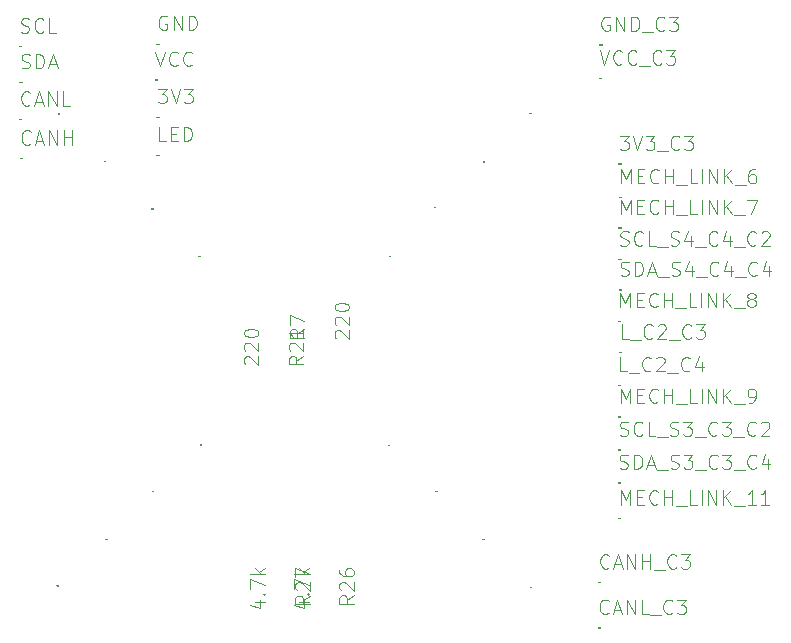
<source format=gbr>
G04 #@! TF.FileFunction,Legend,Top*
%FSLAX46Y46*%
G04 Gerber Fmt 4.6, Leading zero omitted, Abs format (unit mm)*
G04 Created by KiCad (PCBNEW 4.0.6) date 05/08/17 07:17:45*
%MOMM*%
%LPD*%
G01*
G04 APERTURE LIST*
%ADD10C,0.100000*%
%ADD11C,0.101600*%
%ADD12C,0.002032*%
G04 APERTURE END LIST*
D10*
D11*
X117890348Y-107292806D02*
X117315824Y-107694972D01*
X117890348Y-107982234D02*
X116683848Y-107982234D01*
X116683848Y-107522615D01*
X116741300Y-107407710D01*
X116798752Y-107350258D01*
X116913657Y-107292806D01*
X117086014Y-107292806D01*
X117200919Y-107350258D01*
X117258371Y-107407710D01*
X117315824Y-107522615D01*
X117315824Y-107982234D01*
X116798752Y-106833186D02*
X116741300Y-106775734D01*
X116683848Y-106660829D01*
X116683848Y-106373567D01*
X116741300Y-106258663D01*
X116798752Y-106201210D01*
X116913657Y-106143758D01*
X117028562Y-106143758D01*
X117200919Y-106201210D01*
X117890348Y-106890639D01*
X117890348Y-106143758D01*
X117890348Y-104994710D02*
X117890348Y-105684138D01*
X117890348Y-105339424D02*
X116683848Y-105339424D01*
X116856205Y-105454329D01*
X116971110Y-105569234D01*
X117028562Y-105684138D01*
X112988752Y-107982234D02*
X112931300Y-107924782D01*
X112873848Y-107809877D01*
X112873848Y-107522615D01*
X112931300Y-107407711D01*
X112988752Y-107350258D01*
X113103657Y-107292806D01*
X113218562Y-107292806D01*
X113390919Y-107350258D01*
X114080348Y-108039687D01*
X114080348Y-107292806D01*
X112988752Y-106833186D02*
X112931300Y-106775734D01*
X112873848Y-106660829D01*
X112873848Y-106373567D01*
X112931300Y-106258663D01*
X112988752Y-106201210D01*
X113103657Y-106143758D01*
X113218562Y-106143758D01*
X113390919Y-106201210D01*
X114080348Y-106890639D01*
X114080348Y-106143758D01*
X112873848Y-105396877D02*
X112873848Y-105281972D01*
X112931300Y-105167067D01*
X112988752Y-105109615D01*
X113103657Y-105052162D01*
X113333467Y-104994710D01*
X113620729Y-104994710D01*
X113850538Y-105052162D01*
X113965443Y-105109615D01*
X114022895Y-105167067D01*
X114080348Y-105281972D01*
X114080348Y-105396877D01*
X114022895Y-105511781D01*
X113965443Y-105569234D01*
X113850538Y-105626686D01*
X113620729Y-105684138D01*
X113333467Y-105684138D01*
X113103657Y-105626686D01*
X112988752Y-105569234D01*
X112931300Y-105511781D01*
X112873848Y-105396877D01*
X144684757Y-88626248D02*
X145431638Y-88626248D01*
X145029471Y-89085867D01*
X145201829Y-89085867D01*
X145316733Y-89143319D01*
X145374186Y-89200771D01*
X145431638Y-89315676D01*
X145431638Y-89602938D01*
X145374186Y-89717843D01*
X145316733Y-89775295D01*
X145201829Y-89832748D01*
X144857114Y-89832748D01*
X144742210Y-89775295D01*
X144684757Y-89717843D01*
X145776353Y-88626248D02*
X146178519Y-89832748D01*
X146580686Y-88626248D01*
X146867948Y-88626248D02*
X147614829Y-88626248D01*
X147212662Y-89085867D01*
X147385020Y-89085867D01*
X147499924Y-89143319D01*
X147557377Y-89200771D01*
X147614829Y-89315676D01*
X147614829Y-89602938D01*
X147557377Y-89717843D01*
X147499924Y-89775295D01*
X147385020Y-89832748D01*
X147040305Y-89832748D01*
X146925401Y-89775295D01*
X146867948Y-89717843D01*
X147844639Y-89947652D02*
X148763877Y-89947652D01*
X149740567Y-89717843D02*
X149683115Y-89775295D01*
X149510758Y-89832748D01*
X149395853Y-89832748D01*
X149223496Y-89775295D01*
X149108591Y-89660390D01*
X149051139Y-89545486D01*
X148993687Y-89315676D01*
X148993687Y-89143319D01*
X149051139Y-88913510D01*
X149108591Y-88798605D01*
X149223496Y-88683700D01*
X149395853Y-88626248D01*
X149510758Y-88626248D01*
X149683115Y-88683700D01*
X149740567Y-88741152D01*
X150142734Y-88626248D02*
X150889615Y-88626248D01*
X150487448Y-89085867D01*
X150659806Y-89085867D01*
X150774710Y-89143319D01*
X150832163Y-89200771D01*
X150889615Y-89315676D01*
X150889615Y-89602938D01*
X150832163Y-89717843D01*
X150774710Y-89775295D01*
X150659806Y-89832748D01*
X150315091Y-89832748D01*
X150200187Y-89775295D01*
X150142734Y-89717843D01*
D12*
X144560045Y-90996951D02*
X144560045Y-90972821D01*
X144569238Y-90972821D01*
X144571536Y-90973970D01*
X144572685Y-90975119D01*
X144573834Y-90977417D01*
X144573834Y-90980864D01*
X144572685Y-90983162D01*
X144571536Y-90984311D01*
X144569238Y-90985460D01*
X144560045Y-90985460D01*
X144580728Y-90972821D02*
X144594517Y-90972821D01*
X144587622Y-90996951D02*
X144587622Y-90972821D01*
X144616349Y-90996951D02*
X144608305Y-90985460D01*
X144602560Y-90996951D02*
X144602560Y-90972821D01*
X144611753Y-90972821D01*
X144614051Y-90973970D01*
X144615200Y-90975119D01*
X144616349Y-90977417D01*
X144616349Y-90980864D01*
X144615200Y-90983162D01*
X144614051Y-90984311D01*
X144611753Y-90985460D01*
X144602560Y-90985460D01*
X144639330Y-90996951D02*
X144625541Y-90996951D01*
X144632435Y-90996951D02*
X144632435Y-90972821D01*
X144630137Y-90976268D01*
X144627839Y-90978566D01*
X144625541Y-90979715D01*
X144646224Y-90972821D02*
X144660013Y-90972821D01*
X144653118Y-90996951D02*
X144653118Y-90972821D01*
X144668056Y-90996951D02*
X144668056Y-90972821D01*
X144677249Y-90972821D01*
X144679547Y-90973970D01*
X144680696Y-90975119D01*
X144681845Y-90977417D01*
X144681845Y-90980864D01*
X144680696Y-90983162D01*
X144679547Y-90984311D01*
X144677249Y-90985460D01*
X144668056Y-90985460D01*
X144704826Y-90996951D02*
X144691037Y-90996951D01*
X144697931Y-90996951D02*
X144697931Y-90972821D01*
X144695633Y-90976268D01*
X144693335Y-90978566D01*
X144691037Y-90979715D01*
X144727807Y-90996951D02*
X144714018Y-90996951D01*
X144720912Y-90996951D02*
X144720912Y-90972821D01*
X144718614Y-90976268D01*
X144716316Y-90978566D01*
X144714018Y-90979715D01*
X144751937Y-90996951D02*
X144743893Y-90985460D01*
X144738148Y-90996951D02*
X144738148Y-90972821D01*
X144747341Y-90972821D01*
X144749639Y-90973970D01*
X144750788Y-90975119D01*
X144751937Y-90977417D01*
X144751937Y-90980864D01*
X144750788Y-90983162D01*
X144749639Y-90984311D01*
X144747341Y-90985460D01*
X144738148Y-90985460D01*
D11*
X143822038Y-78605100D02*
X143707133Y-78547648D01*
X143534776Y-78547648D01*
X143362419Y-78605100D01*
X143247514Y-78720005D01*
X143190062Y-78834910D01*
X143132610Y-79064719D01*
X143132610Y-79237076D01*
X143190062Y-79466886D01*
X143247514Y-79581790D01*
X143362419Y-79696695D01*
X143534776Y-79754148D01*
X143649681Y-79754148D01*
X143822038Y-79696695D01*
X143879490Y-79639243D01*
X143879490Y-79237076D01*
X143649681Y-79237076D01*
X144396562Y-79754148D02*
X144396562Y-78547648D01*
X145085990Y-79754148D01*
X145085990Y-78547648D01*
X145660514Y-79754148D02*
X145660514Y-78547648D01*
X145947776Y-78547648D01*
X146120133Y-78605100D01*
X146235038Y-78720005D01*
X146292490Y-78834910D01*
X146349942Y-79064719D01*
X146349942Y-79237076D01*
X146292490Y-79466886D01*
X146235038Y-79581790D01*
X146120133Y-79696695D01*
X145947776Y-79754148D01*
X145660514Y-79754148D01*
X146579752Y-79869052D02*
X147498990Y-79869052D01*
X148475680Y-79639243D02*
X148418228Y-79696695D01*
X148245871Y-79754148D01*
X148130966Y-79754148D01*
X147958609Y-79696695D01*
X147843704Y-79581790D01*
X147786252Y-79466886D01*
X147728800Y-79237076D01*
X147728800Y-79064719D01*
X147786252Y-78834910D01*
X147843704Y-78720005D01*
X147958609Y-78605100D01*
X148130966Y-78547648D01*
X148245871Y-78547648D01*
X148418228Y-78605100D01*
X148475680Y-78662552D01*
X148877847Y-78547648D02*
X149624728Y-78547648D01*
X149222561Y-79007267D01*
X149394919Y-79007267D01*
X149509823Y-79064719D01*
X149567276Y-79122171D01*
X149624728Y-79237076D01*
X149624728Y-79524338D01*
X149567276Y-79639243D01*
X149509823Y-79696695D01*
X149394919Y-79754148D01*
X149050204Y-79754148D01*
X148935300Y-79696695D01*
X148877847Y-79639243D01*
D12*
X142950445Y-80918351D02*
X142950445Y-80894221D01*
X142959638Y-80894221D01*
X142961936Y-80895370D01*
X142963085Y-80896519D01*
X142964234Y-80898817D01*
X142964234Y-80902264D01*
X142963085Y-80904562D01*
X142961936Y-80905711D01*
X142959638Y-80906860D01*
X142950445Y-80906860D01*
X142971128Y-80894221D02*
X142984917Y-80894221D01*
X142978022Y-80918351D02*
X142978022Y-80894221D01*
X143006749Y-80918351D02*
X142998705Y-80906860D01*
X142992960Y-80918351D02*
X142992960Y-80894221D01*
X143002153Y-80894221D01*
X143004451Y-80895370D01*
X143005600Y-80896519D01*
X143006749Y-80898817D01*
X143006749Y-80902264D01*
X143005600Y-80904562D01*
X143004451Y-80905711D01*
X143002153Y-80906860D01*
X142992960Y-80906860D01*
X143029730Y-80918351D02*
X143015941Y-80918351D01*
X143022835Y-80918351D02*
X143022835Y-80894221D01*
X143020537Y-80897668D01*
X143018239Y-80899966D01*
X143015941Y-80901115D01*
X143036624Y-80894221D02*
X143050413Y-80894221D01*
X143043518Y-80918351D02*
X143043518Y-80894221D01*
X143058456Y-80918351D02*
X143058456Y-80894221D01*
X143067649Y-80894221D01*
X143069947Y-80895370D01*
X143071096Y-80896519D01*
X143072245Y-80898817D01*
X143072245Y-80902264D01*
X143071096Y-80904562D01*
X143069947Y-80905711D01*
X143067649Y-80906860D01*
X143058456Y-80906860D01*
X143095226Y-80918351D02*
X143081437Y-80918351D01*
X143088331Y-80918351D02*
X143088331Y-80894221D01*
X143086033Y-80897668D01*
X143083735Y-80899966D01*
X143081437Y-80901115D01*
X143118207Y-80918351D02*
X143104418Y-80918351D01*
X143111312Y-80918351D02*
X143111312Y-80894221D01*
X143109014Y-80897668D01*
X143106716Y-80899966D01*
X143104418Y-80901115D01*
X143142337Y-80918351D02*
X143134293Y-80906860D01*
X143128548Y-80918351D02*
X143128548Y-80894221D01*
X143137741Y-80894221D01*
X143140039Y-80895370D01*
X143141188Y-80896519D01*
X143142337Y-80898817D01*
X143142337Y-80902264D01*
X143141188Y-80904562D01*
X143140039Y-80905711D01*
X143137741Y-80906860D01*
X143128548Y-80906860D01*
D11*
X145450386Y-105809348D02*
X144875862Y-105809348D01*
X144875862Y-104602848D01*
X145565290Y-105924252D02*
X146484528Y-105924252D01*
X147461218Y-105694443D02*
X147403766Y-105751895D01*
X147231409Y-105809348D01*
X147116504Y-105809348D01*
X146944147Y-105751895D01*
X146829242Y-105636990D01*
X146771790Y-105522086D01*
X146714338Y-105292276D01*
X146714338Y-105119919D01*
X146771790Y-104890110D01*
X146829242Y-104775205D01*
X146944147Y-104660300D01*
X147116504Y-104602848D01*
X147231409Y-104602848D01*
X147403766Y-104660300D01*
X147461218Y-104717752D01*
X147920838Y-104717752D02*
X147978290Y-104660300D01*
X148093195Y-104602848D01*
X148380457Y-104602848D01*
X148495361Y-104660300D01*
X148552814Y-104717752D01*
X148610266Y-104832657D01*
X148610266Y-104947562D01*
X148552814Y-105119919D01*
X147863385Y-105809348D01*
X148610266Y-105809348D01*
X148840076Y-105924252D02*
X149759314Y-105924252D01*
X150736004Y-105694443D02*
X150678552Y-105751895D01*
X150506195Y-105809348D01*
X150391290Y-105809348D01*
X150218933Y-105751895D01*
X150104028Y-105636990D01*
X150046576Y-105522086D01*
X149989124Y-105292276D01*
X149989124Y-105119919D01*
X150046576Y-104890110D01*
X150104028Y-104775205D01*
X150218933Y-104660300D01*
X150391290Y-104602848D01*
X150506195Y-104602848D01*
X150678552Y-104660300D01*
X150736004Y-104717752D01*
X151138171Y-104602848D02*
X151885052Y-104602848D01*
X151482885Y-105062467D01*
X151655243Y-105062467D01*
X151770147Y-105119919D01*
X151827600Y-105177371D01*
X151885052Y-105292276D01*
X151885052Y-105579538D01*
X151827600Y-105694443D01*
X151770147Y-105751895D01*
X151655243Y-105809348D01*
X151310528Y-105809348D01*
X151195624Y-105751895D01*
X151138171Y-105694443D01*
D12*
X144636245Y-106973551D02*
X144636245Y-106949421D01*
X144645438Y-106949421D01*
X144647736Y-106950570D01*
X144648885Y-106951719D01*
X144650034Y-106954017D01*
X144650034Y-106957464D01*
X144648885Y-106959762D01*
X144647736Y-106960911D01*
X144645438Y-106962060D01*
X144636245Y-106962060D01*
X144656928Y-106949421D02*
X144670717Y-106949421D01*
X144663822Y-106973551D02*
X144663822Y-106949421D01*
X144692549Y-106973551D02*
X144684505Y-106962060D01*
X144678760Y-106973551D02*
X144678760Y-106949421D01*
X144687953Y-106949421D01*
X144690251Y-106950570D01*
X144691400Y-106951719D01*
X144692549Y-106954017D01*
X144692549Y-106957464D01*
X144691400Y-106959762D01*
X144690251Y-106960911D01*
X144687953Y-106962060D01*
X144678760Y-106962060D01*
X144715530Y-106973551D02*
X144701741Y-106973551D01*
X144708635Y-106973551D02*
X144708635Y-106949421D01*
X144706337Y-106952868D01*
X144704039Y-106955166D01*
X144701741Y-106956315D01*
X144722424Y-106949421D02*
X144736213Y-106949421D01*
X144729318Y-106973551D02*
X144729318Y-106949421D01*
X144744256Y-106973551D02*
X144744256Y-106949421D01*
X144753449Y-106949421D01*
X144755747Y-106950570D01*
X144756896Y-106951719D01*
X144758045Y-106954017D01*
X144758045Y-106957464D01*
X144756896Y-106959762D01*
X144755747Y-106960911D01*
X144753449Y-106962060D01*
X144744256Y-106962060D01*
X144781026Y-106973551D02*
X144767237Y-106973551D01*
X144774131Y-106973551D02*
X144774131Y-106949421D01*
X144771833Y-106952868D01*
X144769535Y-106955166D01*
X144767237Y-106956315D01*
X144804007Y-106973551D02*
X144790218Y-106973551D01*
X144797112Y-106973551D02*
X144797112Y-106949421D01*
X144794814Y-106952868D01*
X144792516Y-106955166D01*
X144790218Y-106956315D01*
X144828137Y-106973551D02*
X144820093Y-106962060D01*
X144814348Y-106973551D02*
X144814348Y-106949421D01*
X144823541Y-106949421D01*
X144825839Y-106950570D01*
X144826988Y-106951719D01*
X144828137Y-106954017D01*
X144828137Y-106957464D01*
X144826988Y-106959762D01*
X144825839Y-106960911D01*
X144823541Y-106962060D01*
X144814348Y-106962060D01*
D11*
X145323386Y-108577948D02*
X144748862Y-108577948D01*
X144748862Y-107371448D01*
X145438290Y-108692852D02*
X146357528Y-108692852D01*
X147334218Y-108463043D02*
X147276766Y-108520495D01*
X147104409Y-108577948D01*
X146989504Y-108577948D01*
X146817147Y-108520495D01*
X146702242Y-108405590D01*
X146644790Y-108290686D01*
X146587338Y-108060876D01*
X146587338Y-107888519D01*
X146644790Y-107658710D01*
X146702242Y-107543805D01*
X146817147Y-107428900D01*
X146989504Y-107371448D01*
X147104409Y-107371448D01*
X147276766Y-107428900D01*
X147334218Y-107486352D01*
X147793838Y-107486352D02*
X147851290Y-107428900D01*
X147966195Y-107371448D01*
X148253457Y-107371448D01*
X148368361Y-107428900D01*
X148425814Y-107486352D01*
X148483266Y-107601257D01*
X148483266Y-107716162D01*
X148425814Y-107888519D01*
X147736385Y-108577948D01*
X148483266Y-108577948D01*
X148713076Y-108692852D02*
X149632314Y-108692852D01*
X150609004Y-108463043D02*
X150551552Y-108520495D01*
X150379195Y-108577948D01*
X150264290Y-108577948D01*
X150091933Y-108520495D01*
X149977028Y-108405590D01*
X149919576Y-108290686D01*
X149862124Y-108060876D01*
X149862124Y-107888519D01*
X149919576Y-107658710D01*
X149977028Y-107543805D01*
X150091933Y-107428900D01*
X150264290Y-107371448D01*
X150379195Y-107371448D01*
X150551552Y-107428900D01*
X150609004Y-107486352D01*
X151643147Y-107773614D02*
X151643147Y-108577948D01*
X151355885Y-107313995D02*
X151068624Y-108175781D01*
X151815504Y-108175781D01*
D12*
X144509245Y-109742151D02*
X144509245Y-109718021D01*
X144518438Y-109718021D01*
X144520736Y-109719170D01*
X144521885Y-109720319D01*
X144523034Y-109722617D01*
X144523034Y-109726064D01*
X144521885Y-109728362D01*
X144520736Y-109729511D01*
X144518438Y-109730660D01*
X144509245Y-109730660D01*
X144529928Y-109718021D02*
X144543717Y-109718021D01*
X144536822Y-109742151D02*
X144536822Y-109718021D01*
X144565549Y-109742151D02*
X144557505Y-109730660D01*
X144551760Y-109742151D02*
X144551760Y-109718021D01*
X144560953Y-109718021D01*
X144563251Y-109719170D01*
X144564400Y-109720319D01*
X144565549Y-109722617D01*
X144565549Y-109726064D01*
X144564400Y-109728362D01*
X144563251Y-109729511D01*
X144560953Y-109730660D01*
X144551760Y-109730660D01*
X144588530Y-109742151D02*
X144574741Y-109742151D01*
X144581635Y-109742151D02*
X144581635Y-109718021D01*
X144579337Y-109721468D01*
X144577039Y-109723766D01*
X144574741Y-109724915D01*
X144595424Y-109718021D02*
X144609213Y-109718021D01*
X144602318Y-109742151D02*
X144602318Y-109718021D01*
X144617256Y-109742151D02*
X144617256Y-109718021D01*
X144626449Y-109718021D01*
X144628747Y-109719170D01*
X144629896Y-109720319D01*
X144631045Y-109722617D01*
X144631045Y-109726064D01*
X144629896Y-109728362D01*
X144628747Y-109729511D01*
X144626449Y-109730660D01*
X144617256Y-109730660D01*
X144654026Y-109742151D02*
X144640237Y-109742151D01*
X144647131Y-109742151D02*
X144647131Y-109718021D01*
X144644833Y-109721468D01*
X144642535Y-109723766D01*
X144640237Y-109724915D01*
X144677007Y-109742151D02*
X144663218Y-109742151D01*
X144670112Y-109742151D02*
X144670112Y-109718021D01*
X144667814Y-109721468D01*
X144665516Y-109723766D01*
X144663218Y-109724915D01*
X144701137Y-109742151D02*
X144693093Y-109730660D01*
X144687348Y-109742151D02*
X144687348Y-109718021D01*
X144696541Y-109718021D01*
X144698839Y-109719170D01*
X144699988Y-109720319D01*
X144701137Y-109722617D01*
X144701137Y-109726064D01*
X144699988Y-109728362D01*
X144698839Y-109729511D01*
X144696541Y-109730660D01*
X144687348Y-109730660D01*
D11*
X144799662Y-95242948D02*
X144799662Y-94036448D01*
X145201829Y-94898233D01*
X145603995Y-94036448D01*
X145603995Y-95242948D01*
X146178519Y-94610971D02*
X146580686Y-94610971D01*
X146753043Y-95242948D02*
X146178519Y-95242948D01*
X146178519Y-94036448D01*
X146753043Y-94036448D01*
X147959542Y-95128043D02*
X147902090Y-95185495D01*
X147729733Y-95242948D01*
X147614828Y-95242948D01*
X147442471Y-95185495D01*
X147327566Y-95070590D01*
X147270114Y-94955686D01*
X147212662Y-94725876D01*
X147212662Y-94553519D01*
X147270114Y-94323710D01*
X147327566Y-94208805D01*
X147442471Y-94093900D01*
X147614828Y-94036448D01*
X147729733Y-94036448D01*
X147902090Y-94093900D01*
X147959542Y-94151352D01*
X148476614Y-95242948D02*
X148476614Y-94036448D01*
X148476614Y-94610971D02*
X149166042Y-94610971D01*
X149166042Y-95242948D02*
X149166042Y-94036448D01*
X149453304Y-95357852D02*
X150372542Y-95357852D01*
X151234328Y-95242948D02*
X150659804Y-95242948D01*
X150659804Y-94036448D01*
X151636494Y-95242948D02*
X151636494Y-94036448D01*
X152211018Y-95242948D02*
X152211018Y-94036448D01*
X152900446Y-95242948D01*
X152900446Y-94036448D01*
X153474970Y-95242948D02*
X153474970Y-94036448D01*
X154164398Y-95242948D02*
X153647327Y-94553519D01*
X154164398Y-94036448D02*
X153474970Y-94725876D01*
X154394208Y-95357852D02*
X155313446Y-95357852D01*
X155485803Y-94036448D02*
X156290136Y-94036448D01*
X155773065Y-95242948D01*
D12*
X144560045Y-96407151D02*
X144560045Y-96383021D01*
X144569238Y-96383021D01*
X144571536Y-96384170D01*
X144572685Y-96385319D01*
X144573834Y-96387617D01*
X144573834Y-96391064D01*
X144572685Y-96393362D01*
X144571536Y-96394511D01*
X144569238Y-96395660D01*
X144560045Y-96395660D01*
X144580728Y-96383021D02*
X144594517Y-96383021D01*
X144587622Y-96407151D02*
X144587622Y-96383021D01*
X144616349Y-96407151D02*
X144608305Y-96395660D01*
X144602560Y-96407151D02*
X144602560Y-96383021D01*
X144611753Y-96383021D01*
X144614051Y-96384170D01*
X144615200Y-96385319D01*
X144616349Y-96387617D01*
X144616349Y-96391064D01*
X144615200Y-96393362D01*
X144614051Y-96394511D01*
X144611753Y-96395660D01*
X144602560Y-96395660D01*
X144639330Y-96407151D02*
X144625541Y-96407151D01*
X144632435Y-96407151D02*
X144632435Y-96383021D01*
X144630137Y-96386468D01*
X144627839Y-96388766D01*
X144625541Y-96389915D01*
X144646224Y-96383021D02*
X144660013Y-96383021D01*
X144653118Y-96407151D02*
X144653118Y-96383021D01*
X144668056Y-96407151D02*
X144668056Y-96383021D01*
X144677249Y-96383021D01*
X144679547Y-96384170D01*
X144680696Y-96385319D01*
X144681845Y-96387617D01*
X144681845Y-96391064D01*
X144680696Y-96393362D01*
X144679547Y-96394511D01*
X144677249Y-96395660D01*
X144668056Y-96395660D01*
X144704826Y-96407151D02*
X144691037Y-96407151D01*
X144697931Y-96407151D02*
X144697931Y-96383021D01*
X144695633Y-96386468D01*
X144693335Y-96388766D01*
X144691037Y-96389915D01*
X144727807Y-96407151D02*
X144714018Y-96407151D01*
X144720912Y-96407151D02*
X144720912Y-96383021D01*
X144718614Y-96386468D01*
X144716316Y-96388766D01*
X144714018Y-96389915D01*
X144751937Y-96407151D02*
X144743893Y-96395660D01*
X144738148Y-96407151D02*
X144738148Y-96383021D01*
X144747341Y-96383021D01*
X144749639Y-96384170D01*
X144750788Y-96385319D01*
X144751937Y-96387617D01*
X144751937Y-96391064D01*
X144750788Y-96393362D01*
X144749639Y-96394511D01*
X144747341Y-96395660D01*
X144738148Y-96395660D01*
D11*
X144774262Y-119855548D02*
X144774262Y-118649048D01*
X145176429Y-119510833D01*
X145578595Y-118649048D01*
X145578595Y-119855548D01*
X146153119Y-119223571D02*
X146555286Y-119223571D01*
X146727643Y-119855548D02*
X146153119Y-119855548D01*
X146153119Y-118649048D01*
X146727643Y-118649048D01*
X147934142Y-119740643D02*
X147876690Y-119798095D01*
X147704333Y-119855548D01*
X147589428Y-119855548D01*
X147417071Y-119798095D01*
X147302166Y-119683190D01*
X147244714Y-119568286D01*
X147187262Y-119338476D01*
X147187262Y-119166119D01*
X147244714Y-118936310D01*
X147302166Y-118821405D01*
X147417071Y-118706500D01*
X147589428Y-118649048D01*
X147704333Y-118649048D01*
X147876690Y-118706500D01*
X147934142Y-118763952D01*
X148451214Y-119855548D02*
X148451214Y-118649048D01*
X148451214Y-119223571D02*
X149140642Y-119223571D01*
X149140642Y-119855548D02*
X149140642Y-118649048D01*
X149427904Y-119970452D02*
X150347142Y-119970452D01*
X151208928Y-119855548D02*
X150634404Y-119855548D01*
X150634404Y-118649048D01*
X151611094Y-119855548D02*
X151611094Y-118649048D01*
X152185618Y-119855548D02*
X152185618Y-118649048D01*
X152875046Y-119855548D01*
X152875046Y-118649048D01*
X153449570Y-119855548D02*
X153449570Y-118649048D01*
X154138998Y-119855548D02*
X153621927Y-119166119D01*
X154138998Y-118649048D02*
X153449570Y-119338476D01*
X154368808Y-119970452D02*
X155288046Y-119970452D01*
X156207284Y-119855548D02*
X155517856Y-119855548D01*
X155862570Y-119855548D02*
X155862570Y-118649048D01*
X155747665Y-118821405D01*
X155632760Y-118936310D01*
X155517856Y-118993762D01*
X157356332Y-119855548D02*
X156666904Y-119855548D01*
X157011618Y-119855548D02*
X157011618Y-118649048D01*
X156896713Y-118821405D01*
X156781808Y-118936310D01*
X156666904Y-118993762D01*
D12*
X144534645Y-121019751D02*
X144534645Y-120995621D01*
X144543838Y-120995621D01*
X144546136Y-120996770D01*
X144547285Y-120997919D01*
X144548434Y-121000217D01*
X144548434Y-121003664D01*
X144547285Y-121005962D01*
X144546136Y-121007111D01*
X144543838Y-121008260D01*
X144534645Y-121008260D01*
X144555328Y-120995621D02*
X144569117Y-120995621D01*
X144562222Y-121019751D02*
X144562222Y-120995621D01*
X144590949Y-121019751D02*
X144582905Y-121008260D01*
X144577160Y-121019751D02*
X144577160Y-120995621D01*
X144586353Y-120995621D01*
X144588651Y-120996770D01*
X144589800Y-120997919D01*
X144590949Y-121000217D01*
X144590949Y-121003664D01*
X144589800Y-121005962D01*
X144588651Y-121007111D01*
X144586353Y-121008260D01*
X144577160Y-121008260D01*
X144613930Y-121019751D02*
X144600141Y-121019751D01*
X144607035Y-121019751D02*
X144607035Y-120995621D01*
X144604737Y-120999068D01*
X144602439Y-121001366D01*
X144600141Y-121002515D01*
X144620824Y-120995621D02*
X144634613Y-120995621D01*
X144627718Y-121019751D02*
X144627718Y-120995621D01*
X144642656Y-121019751D02*
X144642656Y-120995621D01*
X144651849Y-120995621D01*
X144654147Y-120996770D01*
X144655296Y-120997919D01*
X144656445Y-121000217D01*
X144656445Y-121003664D01*
X144655296Y-121005962D01*
X144654147Y-121007111D01*
X144651849Y-121008260D01*
X144642656Y-121008260D01*
X144679426Y-121019751D02*
X144665637Y-121019751D01*
X144672531Y-121019751D02*
X144672531Y-120995621D01*
X144670233Y-120999068D01*
X144667935Y-121001366D01*
X144665637Y-121002515D01*
X144702407Y-121019751D02*
X144688618Y-121019751D01*
X144695512Y-121019751D02*
X144695512Y-120995621D01*
X144693214Y-120999068D01*
X144690916Y-121001366D01*
X144688618Y-121002515D01*
X144726537Y-121019751D02*
X144718493Y-121008260D01*
X144712748Y-121019751D02*
X144712748Y-120995621D01*
X144721941Y-120995621D01*
X144724239Y-120996770D01*
X144725388Y-120997919D01*
X144726537Y-121000217D01*
X144726537Y-121003664D01*
X144725388Y-121005962D01*
X144724239Y-121007111D01*
X144721941Y-121008260D01*
X144712748Y-121008260D01*
D11*
X144748862Y-103142348D02*
X144748862Y-101935848D01*
X145151029Y-102797633D01*
X145553195Y-101935848D01*
X145553195Y-103142348D01*
X146127719Y-102510371D02*
X146529886Y-102510371D01*
X146702243Y-103142348D02*
X146127719Y-103142348D01*
X146127719Y-101935848D01*
X146702243Y-101935848D01*
X147908742Y-103027443D02*
X147851290Y-103084895D01*
X147678933Y-103142348D01*
X147564028Y-103142348D01*
X147391671Y-103084895D01*
X147276766Y-102969990D01*
X147219314Y-102855086D01*
X147161862Y-102625276D01*
X147161862Y-102452919D01*
X147219314Y-102223110D01*
X147276766Y-102108205D01*
X147391671Y-101993300D01*
X147564028Y-101935848D01*
X147678933Y-101935848D01*
X147851290Y-101993300D01*
X147908742Y-102050752D01*
X148425814Y-103142348D02*
X148425814Y-101935848D01*
X148425814Y-102510371D02*
X149115242Y-102510371D01*
X149115242Y-103142348D02*
X149115242Y-101935848D01*
X149402504Y-103257252D02*
X150321742Y-103257252D01*
X151183528Y-103142348D02*
X150609004Y-103142348D01*
X150609004Y-101935848D01*
X151585694Y-103142348D02*
X151585694Y-101935848D01*
X152160218Y-103142348D02*
X152160218Y-101935848D01*
X152849646Y-103142348D01*
X152849646Y-101935848D01*
X153424170Y-103142348D02*
X153424170Y-101935848D01*
X154113598Y-103142348D02*
X153596527Y-102452919D01*
X154113598Y-101935848D02*
X153424170Y-102625276D01*
X154343408Y-103257252D02*
X155262646Y-103257252D01*
X155722265Y-102452919D02*
X155607360Y-102395467D01*
X155549908Y-102338014D01*
X155492456Y-102223110D01*
X155492456Y-102165657D01*
X155549908Y-102050752D01*
X155607360Y-101993300D01*
X155722265Y-101935848D01*
X155952075Y-101935848D01*
X156066979Y-101993300D01*
X156124432Y-102050752D01*
X156181884Y-102165657D01*
X156181884Y-102223110D01*
X156124432Y-102338014D01*
X156066979Y-102395467D01*
X155952075Y-102452919D01*
X155722265Y-102452919D01*
X155607360Y-102510371D01*
X155549908Y-102567824D01*
X155492456Y-102682729D01*
X155492456Y-102912538D01*
X155549908Y-103027443D01*
X155607360Y-103084895D01*
X155722265Y-103142348D01*
X155952075Y-103142348D01*
X156066979Y-103084895D01*
X156124432Y-103027443D01*
X156181884Y-102912538D01*
X156181884Y-102682729D01*
X156124432Y-102567824D01*
X156066979Y-102510371D01*
X155952075Y-102452919D01*
D12*
X144509245Y-104306551D02*
X144509245Y-104282421D01*
X144518438Y-104282421D01*
X144520736Y-104283570D01*
X144521885Y-104284719D01*
X144523034Y-104287017D01*
X144523034Y-104290464D01*
X144521885Y-104292762D01*
X144520736Y-104293911D01*
X144518438Y-104295060D01*
X144509245Y-104295060D01*
X144529928Y-104282421D02*
X144543717Y-104282421D01*
X144536822Y-104306551D02*
X144536822Y-104282421D01*
X144565549Y-104306551D02*
X144557505Y-104295060D01*
X144551760Y-104306551D02*
X144551760Y-104282421D01*
X144560953Y-104282421D01*
X144563251Y-104283570D01*
X144564400Y-104284719D01*
X144565549Y-104287017D01*
X144565549Y-104290464D01*
X144564400Y-104292762D01*
X144563251Y-104293911D01*
X144560953Y-104295060D01*
X144551760Y-104295060D01*
X144588530Y-104306551D02*
X144574741Y-104306551D01*
X144581635Y-104306551D02*
X144581635Y-104282421D01*
X144579337Y-104285868D01*
X144577039Y-104288166D01*
X144574741Y-104289315D01*
X144595424Y-104282421D02*
X144609213Y-104282421D01*
X144602318Y-104306551D02*
X144602318Y-104282421D01*
X144617256Y-104306551D02*
X144617256Y-104282421D01*
X144626449Y-104282421D01*
X144628747Y-104283570D01*
X144629896Y-104284719D01*
X144631045Y-104287017D01*
X144631045Y-104290464D01*
X144629896Y-104292762D01*
X144628747Y-104293911D01*
X144626449Y-104295060D01*
X144617256Y-104295060D01*
X144654026Y-104306551D02*
X144640237Y-104306551D01*
X144647131Y-104306551D02*
X144647131Y-104282421D01*
X144644833Y-104285868D01*
X144642535Y-104288166D01*
X144640237Y-104289315D01*
X144677007Y-104306551D02*
X144663218Y-104306551D01*
X144670112Y-104306551D02*
X144670112Y-104282421D01*
X144667814Y-104285868D01*
X144665516Y-104288166D01*
X144663218Y-104289315D01*
X144701137Y-104306551D02*
X144693093Y-104295060D01*
X144687348Y-104306551D02*
X144687348Y-104282421D01*
X144696541Y-104282421D01*
X144698839Y-104283570D01*
X144699988Y-104284719D01*
X144701137Y-104287017D01*
X144701137Y-104290464D01*
X144699988Y-104292762D01*
X144698839Y-104293911D01*
X144696541Y-104295060D01*
X144687348Y-104295060D01*
D11*
X144774262Y-111244948D02*
X144774262Y-110038448D01*
X145176429Y-110900233D01*
X145578595Y-110038448D01*
X145578595Y-111244948D01*
X146153119Y-110612971D02*
X146555286Y-110612971D01*
X146727643Y-111244948D02*
X146153119Y-111244948D01*
X146153119Y-110038448D01*
X146727643Y-110038448D01*
X147934142Y-111130043D02*
X147876690Y-111187495D01*
X147704333Y-111244948D01*
X147589428Y-111244948D01*
X147417071Y-111187495D01*
X147302166Y-111072590D01*
X147244714Y-110957686D01*
X147187262Y-110727876D01*
X147187262Y-110555519D01*
X147244714Y-110325710D01*
X147302166Y-110210805D01*
X147417071Y-110095900D01*
X147589428Y-110038448D01*
X147704333Y-110038448D01*
X147876690Y-110095900D01*
X147934142Y-110153352D01*
X148451214Y-111244948D02*
X148451214Y-110038448D01*
X148451214Y-110612971D02*
X149140642Y-110612971D01*
X149140642Y-111244948D02*
X149140642Y-110038448D01*
X149427904Y-111359852D02*
X150347142Y-111359852D01*
X151208928Y-111244948D02*
X150634404Y-111244948D01*
X150634404Y-110038448D01*
X151611094Y-111244948D02*
X151611094Y-110038448D01*
X152185618Y-111244948D02*
X152185618Y-110038448D01*
X152875046Y-111244948D01*
X152875046Y-110038448D01*
X153449570Y-111244948D02*
X153449570Y-110038448D01*
X154138998Y-111244948D02*
X153621927Y-110555519D01*
X154138998Y-110038448D02*
X153449570Y-110727876D01*
X154368808Y-111359852D02*
X155288046Y-111359852D01*
X155632760Y-111244948D02*
X155862570Y-111244948D01*
X155977475Y-111187495D01*
X156034927Y-111130043D01*
X156149832Y-110957686D01*
X156207284Y-110727876D01*
X156207284Y-110268257D01*
X156149832Y-110153352D01*
X156092379Y-110095900D01*
X155977475Y-110038448D01*
X155747665Y-110038448D01*
X155632760Y-110095900D01*
X155575308Y-110153352D01*
X155517856Y-110268257D01*
X155517856Y-110555519D01*
X155575308Y-110670424D01*
X155632760Y-110727876D01*
X155747665Y-110785329D01*
X155977475Y-110785329D01*
X156092379Y-110727876D01*
X156149832Y-110670424D01*
X156207284Y-110555519D01*
D12*
X144534645Y-112409151D02*
X144534645Y-112385021D01*
X144543838Y-112385021D01*
X144546136Y-112386170D01*
X144547285Y-112387319D01*
X144548434Y-112389617D01*
X144548434Y-112393064D01*
X144547285Y-112395362D01*
X144546136Y-112396511D01*
X144543838Y-112397660D01*
X144534645Y-112397660D01*
X144555328Y-112385021D02*
X144569117Y-112385021D01*
X144562222Y-112409151D02*
X144562222Y-112385021D01*
X144590949Y-112409151D02*
X144582905Y-112397660D01*
X144577160Y-112409151D02*
X144577160Y-112385021D01*
X144586353Y-112385021D01*
X144588651Y-112386170D01*
X144589800Y-112387319D01*
X144590949Y-112389617D01*
X144590949Y-112393064D01*
X144589800Y-112395362D01*
X144588651Y-112396511D01*
X144586353Y-112397660D01*
X144577160Y-112397660D01*
X144613930Y-112409151D02*
X144600141Y-112409151D01*
X144607035Y-112409151D02*
X144607035Y-112385021D01*
X144604737Y-112388468D01*
X144602439Y-112390766D01*
X144600141Y-112391915D01*
X144620824Y-112385021D02*
X144634613Y-112385021D01*
X144627718Y-112409151D02*
X144627718Y-112385021D01*
X144642656Y-112409151D02*
X144642656Y-112385021D01*
X144651849Y-112385021D01*
X144654147Y-112386170D01*
X144655296Y-112387319D01*
X144656445Y-112389617D01*
X144656445Y-112393064D01*
X144655296Y-112395362D01*
X144654147Y-112396511D01*
X144651849Y-112397660D01*
X144642656Y-112397660D01*
X144679426Y-112409151D02*
X144665637Y-112409151D01*
X144672531Y-112409151D02*
X144672531Y-112385021D01*
X144670233Y-112388468D01*
X144667935Y-112390766D01*
X144665637Y-112391915D01*
X144702407Y-112409151D02*
X144688618Y-112409151D01*
X144695512Y-112409151D02*
X144695512Y-112385021D01*
X144693214Y-112388468D01*
X144690916Y-112390766D01*
X144688618Y-112391915D01*
X144726537Y-112409151D02*
X144718493Y-112397660D01*
X144712748Y-112409151D02*
X144712748Y-112385021D01*
X144721941Y-112385021D01*
X144724239Y-112386170D01*
X144725388Y-112387319D01*
X144726537Y-112389617D01*
X144726537Y-112393064D01*
X144725388Y-112395362D01*
X144724239Y-112396511D01*
X144721941Y-112397660D01*
X144712748Y-112397660D01*
D11*
X144716810Y-113981495D02*
X144889167Y-114038948D01*
X145176429Y-114038948D01*
X145291333Y-113981495D01*
X145348786Y-113924043D01*
X145406238Y-113809138D01*
X145406238Y-113694233D01*
X145348786Y-113579329D01*
X145291333Y-113521876D01*
X145176429Y-113464424D01*
X144946619Y-113406971D01*
X144831714Y-113349519D01*
X144774262Y-113292067D01*
X144716810Y-113177162D01*
X144716810Y-113062257D01*
X144774262Y-112947352D01*
X144831714Y-112889900D01*
X144946619Y-112832448D01*
X145233881Y-112832448D01*
X145406238Y-112889900D01*
X146612738Y-113924043D02*
X146555286Y-113981495D01*
X146382929Y-114038948D01*
X146268024Y-114038948D01*
X146095667Y-113981495D01*
X145980762Y-113866590D01*
X145923310Y-113751686D01*
X145865858Y-113521876D01*
X145865858Y-113349519D01*
X145923310Y-113119710D01*
X145980762Y-113004805D01*
X146095667Y-112889900D01*
X146268024Y-112832448D01*
X146382929Y-112832448D01*
X146555286Y-112889900D01*
X146612738Y-112947352D01*
X147704334Y-114038948D02*
X147129810Y-114038948D01*
X147129810Y-112832448D01*
X147819238Y-114153852D02*
X148738476Y-114153852D01*
X148968286Y-113981495D02*
X149140643Y-114038948D01*
X149427905Y-114038948D01*
X149542809Y-113981495D01*
X149600262Y-113924043D01*
X149657714Y-113809138D01*
X149657714Y-113694233D01*
X149600262Y-113579329D01*
X149542809Y-113521876D01*
X149427905Y-113464424D01*
X149198095Y-113406971D01*
X149083190Y-113349519D01*
X149025738Y-113292067D01*
X148968286Y-113177162D01*
X148968286Y-113062257D01*
X149025738Y-112947352D01*
X149083190Y-112889900D01*
X149198095Y-112832448D01*
X149485357Y-112832448D01*
X149657714Y-112889900D01*
X150059881Y-112832448D02*
X150806762Y-112832448D01*
X150404595Y-113292067D01*
X150576953Y-113292067D01*
X150691857Y-113349519D01*
X150749310Y-113406971D01*
X150806762Y-113521876D01*
X150806762Y-113809138D01*
X150749310Y-113924043D01*
X150691857Y-113981495D01*
X150576953Y-114038948D01*
X150232238Y-114038948D01*
X150117334Y-113981495D01*
X150059881Y-113924043D01*
X151036572Y-114153852D02*
X151955810Y-114153852D01*
X152932500Y-113924043D02*
X152875048Y-113981495D01*
X152702691Y-114038948D01*
X152587786Y-114038948D01*
X152415429Y-113981495D01*
X152300524Y-113866590D01*
X152243072Y-113751686D01*
X152185620Y-113521876D01*
X152185620Y-113349519D01*
X152243072Y-113119710D01*
X152300524Y-113004805D01*
X152415429Y-112889900D01*
X152587786Y-112832448D01*
X152702691Y-112832448D01*
X152875048Y-112889900D01*
X152932500Y-112947352D01*
X153334667Y-112832448D02*
X154081548Y-112832448D01*
X153679381Y-113292067D01*
X153851739Y-113292067D01*
X153966643Y-113349519D01*
X154024096Y-113406971D01*
X154081548Y-113521876D01*
X154081548Y-113809138D01*
X154024096Y-113924043D01*
X153966643Y-113981495D01*
X153851739Y-114038948D01*
X153507024Y-114038948D01*
X153392120Y-113981495D01*
X153334667Y-113924043D01*
X154311358Y-114153852D02*
X155230596Y-114153852D01*
X156207286Y-113924043D02*
X156149834Y-113981495D01*
X155977477Y-114038948D01*
X155862572Y-114038948D01*
X155690215Y-113981495D01*
X155575310Y-113866590D01*
X155517858Y-113751686D01*
X155460406Y-113521876D01*
X155460406Y-113349519D01*
X155517858Y-113119710D01*
X155575310Y-113004805D01*
X155690215Y-112889900D01*
X155862572Y-112832448D01*
X155977477Y-112832448D01*
X156149834Y-112889900D01*
X156207286Y-112947352D01*
X156666906Y-112947352D02*
X156724358Y-112889900D01*
X156839263Y-112832448D01*
X157126525Y-112832448D01*
X157241429Y-112889900D01*
X157298882Y-112947352D01*
X157356334Y-113062257D01*
X157356334Y-113177162D01*
X157298882Y-113349519D01*
X156609453Y-114038948D01*
X157356334Y-114038948D01*
D12*
X144534645Y-115203151D02*
X144534645Y-115179021D01*
X144543838Y-115179021D01*
X144546136Y-115180170D01*
X144547285Y-115181319D01*
X144548434Y-115183617D01*
X144548434Y-115187064D01*
X144547285Y-115189362D01*
X144546136Y-115190511D01*
X144543838Y-115191660D01*
X144534645Y-115191660D01*
X144555328Y-115179021D02*
X144569117Y-115179021D01*
X144562222Y-115203151D02*
X144562222Y-115179021D01*
X144590949Y-115203151D02*
X144582905Y-115191660D01*
X144577160Y-115203151D02*
X144577160Y-115179021D01*
X144586353Y-115179021D01*
X144588651Y-115180170D01*
X144589800Y-115181319D01*
X144590949Y-115183617D01*
X144590949Y-115187064D01*
X144589800Y-115189362D01*
X144588651Y-115190511D01*
X144586353Y-115191660D01*
X144577160Y-115191660D01*
X144613930Y-115203151D02*
X144600141Y-115203151D01*
X144607035Y-115203151D02*
X144607035Y-115179021D01*
X144604737Y-115182468D01*
X144602439Y-115184766D01*
X144600141Y-115185915D01*
X144620824Y-115179021D02*
X144634613Y-115179021D01*
X144627718Y-115203151D02*
X144627718Y-115179021D01*
X144642656Y-115203151D02*
X144642656Y-115179021D01*
X144651849Y-115179021D01*
X144654147Y-115180170D01*
X144655296Y-115181319D01*
X144656445Y-115183617D01*
X144656445Y-115187064D01*
X144655296Y-115189362D01*
X144654147Y-115190511D01*
X144651849Y-115191660D01*
X144642656Y-115191660D01*
X144679426Y-115203151D02*
X144665637Y-115203151D01*
X144672531Y-115203151D02*
X144672531Y-115179021D01*
X144670233Y-115182468D01*
X144667935Y-115184766D01*
X144665637Y-115185915D01*
X144702407Y-115203151D02*
X144688618Y-115203151D01*
X144695512Y-115203151D02*
X144695512Y-115179021D01*
X144693214Y-115182468D01*
X144690916Y-115184766D01*
X144688618Y-115185915D01*
X144726537Y-115203151D02*
X144718493Y-115191660D01*
X144712748Y-115203151D02*
X144712748Y-115179021D01*
X144721941Y-115179021D01*
X144724239Y-115180170D01*
X144725388Y-115181319D01*
X144726537Y-115183617D01*
X144726537Y-115187064D01*
X144725388Y-115189362D01*
X144724239Y-115190511D01*
X144721941Y-115191660D01*
X144712748Y-115191660D01*
D11*
X144742210Y-97877895D02*
X144914567Y-97935348D01*
X145201829Y-97935348D01*
X145316733Y-97877895D01*
X145374186Y-97820443D01*
X145431638Y-97705538D01*
X145431638Y-97590633D01*
X145374186Y-97475729D01*
X145316733Y-97418276D01*
X145201829Y-97360824D01*
X144972019Y-97303371D01*
X144857114Y-97245919D01*
X144799662Y-97188467D01*
X144742210Y-97073562D01*
X144742210Y-96958657D01*
X144799662Y-96843752D01*
X144857114Y-96786300D01*
X144972019Y-96728848D01*
X145259281Y-96728848D01*
X145431638Y-96786300D01*
X146638138Y-97820443D02*
X146580686Y-97877895D01*
X146408329Y-97935348D01*
X146293424Y-97935348D01*
X146121067Y-97877895D01*
X146006162Y-97762990D01*
X145948710Y-97648086D01*
X145891258Y-97418276D01*
X145891258Y-97245919D01*
X145948710Y-97016110D01*
X146006162Y-96901205D01*
X146121067Y-96786300D01*
X146293424Y-96728848D01*
X146408329Y-96728848D01*
X146580686Y-96786300D01*
X146638138Y-96843752D01*
X147729734Y-97935348D02*
X147155210Y-97935348D01*
X147155210Y-96728848D01*
X147844638Y-98050252D02*
X148763876Y-98050252D01*
X148993686Y-97877895D02*
X149166043Y-97935348D01*
X149453305Y-97935348D01*
X149568209Y-97877895D01*
X149625662Y-97820443D01*
X149683114Y-97705538D01*
X149683114Y-97590633D01*
X149625662Y-97475729D01*
X149568209Y-97418276D01*
X149453305Y-97360824D01*
X149223495Y-97303371D01*
X149108590Y-97245919D01*
X149051138Y-97188467D01*
X148993686Y-97073562D01*
X148993686Y-96958657D01*
X149051138Y-96843752D01*
X149108590Y-96786300D01*
X149223495Y-96728848D01*
X149510757Y-96728848D01*
X149683114Y-96786300D01*
X150717257Y-97131014D02*
X150717257Y-97935348D01*
X150429995Y-96671395D02*
X150142734Y-97533181D01*
X150889614Y-97533181D01*
X151061972Y-98050252D02*
X151981210Y-98050252D01*
X152957900Y-97820443D02*
X152900448Y-97877895D01*
X152728091Y-97935348D01*
X152613186Y-97935348D01*
X152440829Y-97877895D01*
X152325924Y-97762990D01*
X152268472Y-97648086D01*
X152211020Y-97418276D01*
X152211020Y-97245919D01*
X152268472Y-97016110D01*
X152325924Y-96901205D01*
X152440829Y-96786300D01*
X152613186Y-96728848D01*
X152728091Y-96728848D01*
X152900448Y-96786300D01*
X152957900Y-96843752D01*
X153992043Y-97131014D02*
X153992043Y-97935348D01*
X153704781Y-96671395D02*
X153417520Y-97533181D01*
X154164400Y-97533181D01*
X154336758Y-98050252D02*
X155255996Y-98050252D01*
X156232686Y-97820443D02*
X156175234Y-97877895D01*
X156002877Y-97935348D01*
X155887972Y-97935348D01*
X155715615Y-97877895D01*
X155600710Y-97762990D01*
X155543258Y-97648086D01*
X155485806Y-97418276D01*
X155485806Y-97245919D01*
X155543258Y-97016110D01*
X155600710Y-96901205D01*
X155715615Y-96786300D01*
X155887972Y-96728848D01*
X156002877Y-96728848D01*
X156175234Y-96786300D01*
X156232686Y-96843752D01*
X156692306Y-96843752D02*
X156749758Y-96786300D01*
X156864663Y-96728848D01*
X157151925Y-96728848D01*
X157266829Y-96786300D01*
X157324282Y-96843752D01*
X157381734Y-96958657D01*
X157381734Y-97073562D01*
X157324282Y-97245919D01*
X156634853Y-97935348D01*
X157381734Y-97935348D01*
D12*
X144560045Y-99099551D02*
X144560045Y-99075421D01*
X144569238Y-99075421D01*
X144571536Y-99076570D01*
X144572685Y-99077719D01*
X144573834Y-99080017D01*
X144573834Y-99083464D01*
X144572685Y-99085762D01*
X144571536Y-99086911D01*
X144569238Y-99088060D01*
X144560045Y-99088060D01*
X144580728Y-99075421D02*
X144594517Y-99075421D01*
X144587622Y-99099551D02*
X144587622Y-99075421D01*
X144616349Y-99099551D02*
X144608305Y-99088060D01*
X144602560Y-99099551D02*
X144602560Y-99075421D01*
X144611753Y-99075421D01*
X144614051Y-99076570D01*
X144615200Y-99077719D01*
X144616349Y-99080017D01*
X144616349Y-99083464D01*
X144615200Y-99085762D01*
X144614051Y-99086911D01*
X144611753Y-99088060D01*
X144602560Y-99088060D01*
X144639330Y-99099551D02*
X144625541Y-99099551D01*
X144632435Y-99099551D02*
X144632435Y-99075421D01*
X144630137Y-99078868D01*
X144627839Y-99081166D01*
X144625541Y-99082315D01*
X144646224Y-99075421D02*
X144660013Y-99075421D01*
X144653118Y-99099551D02*
X144653118Y-99075421D01*
X144668056Y-99099551D02*
X144668056Y-99075421D01*
X144677249Y-99075421D01*
X144679547Y-99076570D01*
X144680696Y-99077719D01*
X144681845Y-99080017D01*
X144681845Y-99083464D01*
X144680696Y-99085762D01*
X144679547Y-99086911D01*
X144677249Y-99088060D01*
X144668056Y-99088060D01*
X144704826Y-99099551D02*
X144691037Y-99099551D01*
X144697931Y-99099551D02*
X144697931Y-99075421D01*
X144695633Y-99078868D01*
X144693335Y-99081166D01*
X144691037Y-99082315D01*
X144727807Y-99099551D02*
X144714018Y-99099551D01*
X144720912Y-99099551D02*
X144720912Y-99075421D01*
X144718614Y-99078868D01*
X144716316Y-99081166D01*
X144714018Y-99082315D01*
X144751937Y-99099551D02*
X144743893Y-99088060D01*
X144738148Y-99099551D02*
X144738148Y-99075421D01*
X144747341Y-99075421D01*
X144749639Y-99076570D01*
X144750788Y-99077719D01*
X144751937Y-99080017D01*
X144751937Y-99083464D01*
X144750788Y-99085762D01*
X144749639Y-99086911D01*
X144747341Y-99088060D01*
X144738148Y-99088060D01*
X129057398Y-118705621D02*
X129071187Y-118705621D01*
X129064292Y-118729751D02*
X129064292Y-118705621D01*
X129079230Y-118729751D02*
X129079230Y-118705621D01*
X129088423Y-118705621D01*
X129090721Y-118706770D01*
X129091870Y-118707919D01*
X129093019Y-118710217D01*
X129093019Y-118713664D01*
X129091870Y-118715962D01*
X129090721Y-118717111D01*
X129088423Y-118718260D01*
X129079230Y-118718260D01*
X129111404Y-118717111D02*
X129114851Y-118718260D01*
X129116000Y-118719410D01*
X129117149Y-118721708D01*
X129117149Y-118725155D01*
X129116000Y-118727453D01*
X129114851Y-118728602D01*
X129112553Y-118729751D01*
X129103360Y-118729751D01*
X129103360Y-118705621D01*
X129111404Y-118705621D01*
X129113702Y-118706770D01*
X129114851Y-118707919D01*
X129116000Y-118710217D01*
X129116000Y-118712515D01*
X129114851Y-118714813D01*
X129113702Y-118715962D01*
X129111404Y-118717111D01*
X129103360Y-118717111D01*
X129126341Y-118707919D02*
X129127490Y-118706770D01*
X129129788Y-118705621D01*
X129135534Y-118705621D01*
X129137832Y-118706770D01*
X129138981Y-118707919D01*
X129140130Y-118710217D01*
X129140130Y-118712515D01*
X129138981Y-118715962D01*
X129125192Y-118729751D01*
X129140130Y-118729751D01*
X129151620Y-118728602D02*
X129151620Y-118729751D01*
X129150471Y-118732049D01*
X129149322Y-118733198D01*
X129173452Y-118705621D02*
X129161961Y-118705621D01*
X129160812Y-118717111D01*
X129161961Y-118715962D01*
X129164259Y-118714813D01*
X129170005Y-118714813D01*
X129172303Y-118715962D01*
X129173452Y-118717111D01*
X129174601Y-118719410D01*
X129174601Y-118725155D01*
X129173452Y-118727453D01*
X129172303Y-118728602D01*
X129170005Y-118729751D01*
X129164259Y-118729751D01*
X129161961Y-118728602D01*
X129160812Y-118727453D01*
X129195284Y-118713664D02*
X129195284Y-118729751D01*
X129189538Y-118704472D02*
X129183793Y-118721708D01*
X129198731Y-118721708D01*
X105053398Y-118710621D02*
X105067187Y-118710621D01*
X105060292Y-118734751D02*
X105060292Y-118710621D01*
X105075230Y-118734751D02*
X105075230Y-118710621D01*
X105084423Y-118710621D01*
X105086721Y-118711770D01*
X105087870Y-118712919D01*
X105089019Y-118715217D01*
X105089019Y-118718664D01*
X105087870Y-118720962D01*
X105086721Y-118722111D01*
X105084423Y-118723260D01*
X105075230Y-118723260D01*
X105107404Y-118722111D02*
X105110851Y-118723260D01*
X105112000Y-118724410D01*
X105113149Y-118726708D01*
X105113149Y-118730155D01*
X105112000Y-118732453D01*
X105110851Y-118733602D01*
X105108553Y-118734751D01*
X105099360Y-118734751D01*
X105099360Y-118710621D01*
X105107404Y-118710621D01*
X105109702Y-118711770D01*
X105110851Y-118712919D01*
X105112000Y-118715217D01*
X105112000Y-118717515D01*
X105110851Y-118719813D01*
X105109702Y-118720962D01*
X105107404Y-118722111D01*
X105099360Y-118722111D01*
X105122341Y-118712919D02*
X105123490Y-118711770D01*
X105125788Y-118710621D01*
X105131534Y-118710621D01*
X105133832Y-118711770D01*
X105134981Y-118712919D01*
X105136130Y-118715217D01*
X105136130Y-118717515D01*
X105134981Y-118720962D01*
X105121192Y-118734751D01*
X105136130Y-118734751D01*
X105147620Y-118733602D02*
X105147620Y-118734751D01*
X105146471Y-118737049D01*
X105145322Y-118738198D01*
X105169452Y-118710621D02*
X105157961Y-118710621D01*
X105156812Y-118722111D01*
X105157961Y-118720962D01*
X105160259Y-118719813D01*
X105166005Y-118719813D01*
X105168303Y-118720962D01*
X105169452Y-118722111D01*
X105170601Y-118724410D01*
X105170601Y-118730155D01*
X105169452Y-118732453D01*
X105168303Y-118733602D01*
X105166005Y-118734751D01*
X105160259Y-118734751D01*
X105157961Y-118733602D01*
X105156812Y-118732453D01*
X105191284Y-118718664D02*
X105191284Y-118734751D01*
X105185538Y-118709472D02*
X105179793Y-118726708D01*
X105194731Y-118726708D01*
X128926398Y-94661621D02*
X128940187Y-94661621D01*
X128933292Y-94685751D02*
X128933292Y-94661621D01*
X128948230Y-94685751D02*
X128948230Y-94661621D01*
X128957423Y-94661621D01*
X128959721Y-94662770D01*
X128960870Y-94663919D01*
X128962019Y-94666217D01*
X128962019Y-94669664D01*
X128960870Y-94671962D01*
X128959721Y-94673111D01*
X128957423Y-94674260D01*
X128948230Y-94674260D01*
X128980404Y-94673111D02*
X128983851Y-94674260D01*
X128985000Y-94675410D01*
X128986149Y-94677708D01*
X128986149Y-94681155D01*
X128985000Y-94683453D01*
X128983851Y-94684602D01*
X128981553Y-94685751D01*
X128972360Y-94685751D01*
X128972360Y-94661621D01*
X128980404Y-94661621D01*
X128982702Y-94662770D01*
X128983851Y-94663919D01*
X128985000Y-94666217D01*
X128985000Y-94668515D01*
X128983851Y-94670813D01*
X128982702Y-94671962D01*
X128980404Y-94673111D01*
X128972360Y-94673111D01*
X128995341Y-94663919D02*
X128996490Y-94662770D01*
X128998788Y-94661621D01*
X129004534Y-94661621D01*
X129006832Y-94662770D01*
X129007981Y-94663919D01*
X129009130Y-94666217D01*
X129009130Y-94668515D01*
X129007981Y-94671962D01*
X128994192Y-94685751D01*
X129009130Y-94685751D01*
X129020620Y-94684602D02*
X129020620Y-94685751D01*
X129019471Y-94688049D01*
X129018322Y-94689198D01*
X129042452Y-94661621D02*
X129030961Y-94661621D01*
X129029812Y-94673111D01*
X129030961Y-94671962D01*
X129033259Y-94670813D01*
X129039005Y-94670813D01*
X129041303Y-94671962D01*
X129042452Y-94673111D01*
X129043601Y-94675410D01*
X129043601Y-94681155D01*
X129042452Y-94683453D01*
X129041303Y-94684602D01*
X129039005Y-94685751D01*
X129033259Y-94685751D01*
X129030961Y-94684602D01*
X129029812Y-94683453D01*
X129064284Y-94669664D02*
X129064284Y-94685751D01*
X129058538Y-94660472D02*
X129052793Y-94677708D01*
X129067731Y-94677708D01*
X104991398Y-94781621D02*
X105005187Y-94781621D01*
X104998292Y-94805751D02*
X104998292Y-94781621D01*
X105013230Y-94805751D02*
X105013230Y-94781621D01*
X105022423Y-94781621D01*
X105024721Y-94782770D01*
X105025870Y-94783919D01*
X105027019Y-94786217D01*
X105027019Y-94789664D01*
X105025870Y-94791962D01*
X105024721Y-94793111D01*
X105022423Y-94794260D01*
X105013230Y-94794260D01*
X105045404Y-94793111D02*
X105048851Y-94794260D01*
X105050000Y-94795410D01*
X105051149Y-94797708D01*
X105051149Y-94801155D01*
X105050000Y-94803453D01*
X105048851Y-94804602D01*
X105046553Y-94805751D01*
X105037360Y-94805751D01*
X105037360Y-94781621D01*
X105045404Y-94781621D01*
X105047702Y-94782770D01*
X105048851Y-94783919D01*
X105050000Y-94786217D01*
X105050000Y-94788515D01*
X105048851Y-94790813D01*
X105047702Y-94791962D01*
X105045404Y-94793111D01*
X105037360Y-94793111D01*
X105060341Y-94783919D02*
X105061490Y-94782770D01*
X105063788Y-94781621D01*
X105069534Y-94781621D01*
X105071832Y-94782770D01*
X105072981Y-94783919D01*
X105074130Y-94786217D01*
X105074130Y-94788515D01*
X105072981Y-94791962D01*
X105059192Y-94805751D01*
X105074130Y-94805751D01*
X105085620Y-94804602D02*
X105085620Y-94805751D01*
X105084471Y-94808049D01*
X105083322Y-94809198D01*
X105107452Y-94781621D02*
X105095961Y-94781621D01*
X105094812Y-94793111D01*
X105095961Y-94791962D01*
X105098259Y-94790813D01*
X105104005Y-94790813D01*
X105106303Y-94791962D01*
X105107452Y-94793111D01*
X105108601Y-94795410D01*
X105108601Y-94801155D01*
X105107452Y-94803453D01*
X105106303Y-94804602D01*
X105104005Y-94805751D01*
X105098259Y-94805751D01*
X105095961Y-94804602D01*
X105094812Y-94803453D01*
X105129284Y-94789664D02*
X105129284Y-94805751D01*
X105123538Y-94780472D02*
X105117793Y-94797708D01*
X105132731Y-94797708D01*
X125038398Y-114783621D02*
X125052187Y-114783621D01*
X125045292Y-114807751D02*
X125045292Y-114783621D01*
X125060230Y-114807751D02*
X125060230Y-114783621D01*
X125069423Y-114783621D01*
X125071721Y-114784770D01*
X125072870Y-114785919D01*
X125074019Y-114788217D01*
X125074019Y-114791664D01*
X125072870Y-114793962D01*
X125071721Y-114795111D01*
X125069423Y-114796260D01*
X125060230Y-114796260D01*
X125092404Y-114795111D02*
X125095851Y-114796260D01*
X125097000Y-114797410D01*
X125098149Y-114799708D01*
X125098149Y-114803155D01*
X125097000Y-114805453D01*
X125095851Y-114806602D01*
X125093553Y-114807751D01*
X125084360Y-114807751D01*
X125084360Y-114783621D01*
X125092404Y-114783621D01*
X125094702Y-114784770D01*
X125095851Y-114785919D01*
X125097000Y-114788217D01*
X125097000Y-114790515D01*
X125095851Y-114792813D01*
X125094702Y-114793962D01*
X125092404Y-114795111D01*
X125084360Y-114795111D01*
X125107341Y-114785919D02*
X125108490Y-114784770D01*
X125110788Y-114783621D01*
X125116534Y-114783621D01*
X125118832Y-114784770D01*
X125119981Y-114785919D01*
X125121130Y-114788217D01*
X125121130Y-114790515D01*
X125119981Y-114793962D01*
X125106192Y-114807751D01*
X125121130Y-114807751D01*
X125132620Y-114806602D02*
X125132620Y-114807751D01*
X125131471Y-114810049D01*
X125130322Y-114811198D01*
X125154452Y-114783621D02*
X125142961Y-114783621D01*
X125141812Y-114795111D01*
X125142961Y-114793962D01*
X125145259Y-114792813D01*
X125151005Y-114792813D01*
X125153303Y-114793962D01*
X125154452Y-114795111D01*
X125155601Y-114797410D01*
X125155601Y-114803155D01*
X125154452Y-114805453D01*
X125153303Y-114806602D01*
X125151005Y-114807751D01*
X125145259Y-114807751D01*
X125142961Y-114806602D01*
X125141812Y-114805453D01*
X125176284Y-114791664D02*
X125176284Y-114807751D01*
X125170538Y-114782472D02*
X125164793Y-114799708D01*
X125179731Y-114799708D01*
X109130398Y-114771621D02*
X109144187Y-114771621D01*
X109137292Y-114795751D02*
X109137292Y-114771621D01*
X109152230Y-114795751D02*
X109152230Y-114771621D01*
X109161423Y-114771621D01*
X109163721Y-114772770D01*
X109164870Y-114773919D01*
X109166019Y-114776217D01*
X109166019Y-114779664D01*
X109164870Y-114781962D01*
X109163721Y-114783111D01*
X109161423Y-114784260D01*
X109152230Y-114784260D01*
X109184404Y-114783111D02*
X109187851Y-114784260D01*
X109189000Y-114785410D01*
X109190149Y-114787708D01*
X109190149Y-114791155D01*
X109189000Y-114793453D01*
X109187851Y-114794602D01*
X109185553Y-114795751D01*
X109176360Y-114795751D01*
X109176360Y-114771621D01*
X109184404Y-114771621D01*
X109186702Y-114772770D01*
X109187851Y-114773919D01*
X109189000Y-114776217D01*
X109189000Y-114778515D01*
X109187851Y-114780813D01*
X109186702Y-114781962D01*
X109184404Y-114783111D01*
X109176360Y-114783111D01*
X109199341Y-114773919D02*
X109200490Y-114772770D01*
X109202788Y-114771621D01*
X109208534Y-114771621D01*
X109210832Y-114772770D01*
X109211981Y-114773919D01*
X109213130Y-114776217D01*
X109213130Y-114778515D01*
X109211981Y-114781962D01*
X109198192Y-114795751D01*
X109213130Y-114795751D01*
X109224620Y-114794602D02*
X109224620Y-114795751D01*
X109223471Y-114798049D01*
X109222322Y-114799198D01*
X109246452Y-114771621D02*
X109234961Y-114771621D01*
X109233812Y-114783111D01*
X109234961Y-114781962D01*
X109237259Y-114780813D01*
X109243005Y-114780813D01*
X109245303Y-114781962D01*
X109246452Y-114783111D01*
X109247601Y-114785410D01*
X109247601Y-114791155D01*
X109246452Y-114793453D01*
X109245303Y-114794602D01*
X109243005Y-114795751D01*
X109237259Y-114795751D01*
X109234961Y-114794602D01*
X109233812Y-114793453D01*
X109268284Y-114779664D02*
X109268284Y-114795751D01*
X109262538Y-114770472D02*
X109256793Y-114787708D01*
X109271731Y-114787708D01*
X125126398Y-98789621D02*
X125140187Y-98789621D01*
X125133292Y-98813751D02*
X125133292Y-98789621D01*
X125148230Y-98813751D02*
X125148230Y-98789621D01*
X125157423Y-98789621D01*
X125159721Y-98790770D01*
X125160870Y-98791919D01*
X125162019Y-98794217D01*
X125162019Y-98797664D01*
X125160870Y-98799962D01*
X125159721Y-98801111D01*
X125157423Y-98802260D01*
X125148230Y-98802260D01*
X125180404Y-98801111D02*
X125183851Y-98802260D01*
X125185000Y-98803410D01*
X125186149Y-98805708D01*
X125186149Y-98809155D01*
X125185000Y-98811453D01*
X125183851Y-98812602D01*
X125181553Y-98813751D01*
X125172360Y-98813751D01*
X125172360Y-98789621D01*
X125180404Y-98789621D01*
X125182702Y-98790770D01*
X125183851Y-98791919D01*
X125185000Y-98794217D01*
X125185000Y-98796515D01*
X125183851Y-98798813D01*
X125182702Y-98799962D01*
X125180404Y-98801111D01*
X125172360Y-98801111D01*
X125195341Y-98791919D02*
X125196490Y-98790770D01*
X125198788Y-98789621D01*
X125204534Y-98789621D01*
X125206832Y-98790770D01*
X125207981Y-98791919D01*
X125209130Y-98794217D01*
X125209130Y-98796515D01*
X125207981Y-98799962D01*
X125194192Y-98813751D01*
X125209130Y-98813751D01*
X125220620Y-98812602D02*
X125220620Y-98813751D01*
X125219471Y-98816049D01*
X125218322Y-98817198D01*
X125242452Y-98789621D02*
X125230961Y-98789621D01*
X125229812Y-98801111D01*
X125230961Y-98799962D01*
X125233259Y-98798813D01*
X125239005Y-98798813D01*
X125241303Y-98799962D01*
X125242452Y-98801111D01*
X125243601Y-98803410D01*
X125243601Y-98809155D01*
X125242452Y-98811453D01*
X125241303Y-98812602D01*
X125239005Y-98813751D01*
X125233259Y-98813751D01*
X125230961Y-98812602D01*
X125229812Y-98811453D01*
X125264284Y-98797664D02*
X125264284Y-98813751D01*
X125258538Y-98788472D02*
X125252793Y-98805708D01*
X125267731Y-98805708D01*
X108995398Y-98791621D02*
X109009187Y-98791621D01*
X109002292Y-98815751D02*
X109002292Y-98791621D01*
X109017230Y-98815751D02*
X109017230Y-98791621D01*
X109026423Y-98791621D01*
X109028721Y-98792770D01*
X109029870Y-98793919D01*
X109031019Y-98796217D01*
X109031019Y-98799664D01*
X109029870Y-98801962D01*
X109028721Y-98803111D01*
X109026423Y-98804260D01*
X109017230Y-98804260D01*
X109049404Y-98803111D02*
X109052851Y-98804260D01*
X109054000Y-98805410D01*
X109055149Y-98807708D01*
X109055149Y-98811155D01*
X109054000Y-98813453D01*
X109052851Y-98814602D01*
X109050553Y-98815751D01*
X109041360Y-98815751D01*
X109041360Y-98791621D01*
X109049404Y-98791621D01*
X109051702Y-98792770D01*
X109052851Y-98793919D01*
X109054000Y-98796217D01*
X109054000Y-98798515D01*
X109052851Y-98800813D01*
X109051702Y-98801962D01*
X109049404Y-98803111D01*
X109041360Y-98803111D01*
X109064341Y-98793919D02*
X109065490Y-98792770D01*
X109067788Y-98791621D01*
X109073534Y-98791621D01*
X109075832Y-98792770D01*
X109076981Y-98793919D01*
X109078130Y-98796217D01*
X109078130Y-98798515D01*
X109076981Y-98801962D01*
X109063192Y-98815751D01*
X109078130Y-98815751D01*
X109089620Y-98814602D02*
X109089620Y-98815751D01*
X109088471Y-98818049D01*
X109087322Y-98819198D01*
X109111452Y-98791621D02*
X109099961Y-98791621D01*
X109098812Y-98803111D01*
X109099961Y-98801962D01*
X109102259Y-98800813D01*
X109108005Y-98800813D01*
X109110303Y-98801962D01*
X109111452Y-98803111D01*
X109112601Y-98805410D01*
X109112601Y-98811155D01*
X109111452Y-98813453D01*
X109110303Y-98814602D01*
X109108005Y-98815751D01*
X109102259Y-98815751D01*
X109099961Y-98814602D01*
X109098812Y-98813453D01*
X109133284Y-98799664D02*
X109133284Y-98815751D01*
X109127538Y-98790472D02*
X109121793Y-98807708D01*
X109136731Y-98807708D01*
X137059398Y-126798621D02*
X137073187Y-126798621D01*
X137066292Y-126822751D02*
X137066292Y-126798621D01*
X137081230Y-126822751D02*
X137081230Y-126798621D01*
X137090423Y-126798621D01*
X137092721Y-126799770D01*
X137093870Y-126800919D01*
X137095019Y-126803217D01*
X137095019Y-126806664D01*
X137093870Y-126808962D01*
X137092721Y-126810111D01*
X137090423Y-126811260D01*
X137081230Y-126811260D01*
X137113404Y-126810111D02*
X137116851Y-126811260D01*
X137118000Y-126812410D01*
X137119149Y-126814708D01*
X137119149Y-126818155D01*
X137118000Y-126820453D01*
X137116851Y-126821602D01*
X137114553Y-126822751D01*
X137105360Y-126822751D01*
X137105360Y-126798621D01*
X137113404Y-126798621D01*
X137115702Y-126799770D01*
X137116851Y-126800919D01*
X137118000Y-126803217D01*
X137118000Y-126805515D01*
X137116851Y-126807813D01*
X137115702Y-126808962D01*
X137113404Y-126810111D01*
X137105360Y-126810111D01*
X137128341Y-126800919D02*
X137129490Y-126799770D01*
X137131788Y-126798621D01*
X137137534Y-126798621D01*
X137139832Y-126799770D01*
X137140981Y-126800919D01*
X137142130Y-126803217D01*
X137142130Y-126805515D01*
X137140981Y-126808962D01*
X137127192Y-126822751D01*
X137142130Y-126822751D01*
X137153620Y-126821602D02*
X137153620Y-126822751D01*
X137152471Y-126825049D01*
X137151322Y-126826198D01*
X137175452Y-126798621D02*
X137163961Y-126798621D01*
X137162812Y-126810111D01*
X137163961Y-126808962D01*
X137166259Y-126807813D01*
X137172005Y-126807813D01*
X137174303Y-126808962D01*
X137175452Y-126810111D01*
X137176601Y-126812410D01*
X137176601Y-126818155D01*
X137175452Y-126820453D01*
X137174303Y-126821602D01*
X137172005Y-126822751D01*
X137166259Y-126822751D01*
X137163961Y-126821602D01*
X137162812Y-126820453D01*
X137197284Y-126806664D02*
X137197284Y-126822751D01*
X137191538Y-126797472D02*
X137185793Y-126814708D01*
X137200731Y-126814708D01*
X96998398Y-126697621D02*
X97012187Y-126697621D01*
X97005292Y-126721751D02*
X97005292Y-126697621D01*
X97020230Y-126721751D02*
X97020230Y-126697621D01*
X97029423Y-126697621D01*
X97031721Y-126698770D01*
X97032870Y-126699919D01*
X97034019Y-126702217D01*
X97034019Y-126705664D01*
X97032870Y-126707962D01*
X97031721Y-126709111D01*
X97029423Y-126710260D01*
X97020230Y-126710260D01*
X97052404Y-126709111D02*
X97055851Y-126710260D01*
X97057000Y-126711410D01*
X97058149Y-126713708D01*
X97058149Y-126717155D01*
X97057000Y-126719453D01*
X97055851Y-126720602D01*
X97053553Y-126721751D01*
X97044360Y-126721751D01*
X97044360Y-126697621D01*
X97052404Y-126697621D01*
X97054702Y-126698770D01*
X97055851Y-126699919D01*
X97057000Y-126702217D01*
X97057000Y-126704515D01*
X97055851Y-126706813D01*
X97054702Y-126707962D01*
X97052404Y-126709111D01*
X97044360Y-126709111D01*
X97067341Y-126699919D02*
X97068490Y-126698770D01*
X97070788Y-126697621D01*
X97076534Y-126697621D01*
X97078832Y-126698770D01*
X97079981Y-126699919D01*
X97081130Y-126702217D01*
X97081130Y-126704515D01*
X97079981Y-126707962D01*
X97066192Y-126721751D01*
X97081130Y-126721751D01*
X97092620Y-126720602D02*
X97092620Y-126721751D01*
X97091471Y-126724049D01*
X97090322Y-126725198D01*
X97114452Y-126697621D02*
X97102961Y-126697621D01*
X97101812Y-126709111D01*
X97102961Y-126707962D01*
X97105259Y-126706813D01*
X97111005Y-126706813D01*
X97113303Y-126707962D01*
X97114452Y-126709111D01*
X97115601Y-126711410D01*
X97115601Y-126717155D01*
X97114452Y-126719453D01*
X97113303Y-126720602D01*
X97111005Y-126721751D01*
X97105259Y-126721751D01*
X97102961Y-126720602D01*
X97101812Y-126719453D01*
X97136284Y-126705664D02*
X97136284Y-126721751D01*
X97130538Y-126696472D02*
X97124793Y-126713708D01*
X97139731Y-126713708D01*
X136990398Y-86698621D02*
X137004187Y-86698621D01*
X136997292Y-86722751D02*
X136997292Y-86698621D01*
X137012230Y-86722751D02*
X137012230Y-86698621D01*
X137021423Y-86698621D01*
X137023721Y-86699770D01*
X137024870Y-86700919D01*
X137026019Y-86703217D01*
X137026019Y-86706664D01*
X137024870Y-86708962D01*
X137023721Y-86710111D01*
X137021423Y-86711260D01*
X137012230Y-86711260D01*
X137044404Y-86710111D02*
X137047851Y-86711260D01*
X137049000Y-86712410D01*
X137050149Y-86714708D01*
X137050149Y-86718155D01*
X137049000Y-86720453D01*
X137047851Y-86721602D01*
X137045553Y-86722751D01*
X137036360Y-86722751D01*
X137036360Y-86698621D01*
X137044404Y-86698621D01*
X137046702Y-86699770D01*
X137047851Y-86700919D01*
X137049000Y-86703217D01*
X137049000Y-86705515D01*
X137047851Y-86707813D01*
X137046702Y-86708962D01*
X137044404Y-86710111D01*
X137036360Y-86710111D01*
X137059341Y-86700919D02*
X137060490Y-86699770D01*
X137062788Y-86698621D01*
X137068534Y-86698621D01*
X137070832Y-86699770D01*
X137071981Y-86700919D01*
X137073130Y-86703217D01*
X137073130Y-86705515D01*
X137071981Y-86708962D01*
X137058192Y-86722751D01*
X137073130Y-86722751D01*
X137084620Y-86721602D02*
X137084620Y-86722751D01*
X137083471Y-86725049D01*
X137082322Y-86726198D01*
X137106452Y-86698621D02*
X137094961Y-86698621D01*
X137093812Y-86710111D01*
X137094961Y-86708962D01*
X137097259Y-86707813D01*
X137103005Y-86707813D01*
X137105303Y-86708962D01*
X137106452Y-86710111D01*
X137107601Y-86712410D01*
X137107601Y-86718155D01*
X137106452Y-86720453D01*
X137105303Y-86721602D01*
X137103005Y-86722751D01*
X137097259Y-86722751D01*
X137094961Y-86721602D01*
X137093812Y-86720453D01*
X137128284Y-86706664D02*
X137128284Y-86722751D01*
X137122538Y-86697472D02*
X137116793Y-86714708D01*
X137131731Y-86714708D01*
X97095398Y-86730621D02*
X97109187Y-86730621D01*
X97102292Y-86754751D02*
X97102292Y-86730621D01*
X97117230Y-86754751D02*
X97117230Y-86730621D01*
X97126423Y-86730621D01*
X97128721Y-86731770D01*
X97129870Y-86732919D01*
X97131019Y-86735217D01*
X97131019Y-86738664D01*
X97129870Y-86740962D01*
X97128721Y-86742111D01*
X97126423Y-86743260D01*
X97117230Y-86743260D01*
X97149404Y-86742111D02*
X97152851Y-86743260D01*
X97154000Y-86744410D01*
X97155149Y-86746708D01*
X97155149Y-86750155D01*
X97154000Y-86752453D01*
X97152851Y-86753602D01*
X97150553Y-86754751D01*
X97141360Y-86754751D01*
X97141360Y-86730621D01*
X97149404Y-86730621D01*
X97151702Y-86731770D01*
X97152851Y-86732919D01*
X97154000Y-86735217D01*
X97154000Y-86737515D01*
X97152851Y-86739813D01*
X97151702Y-86740962D01*
X97149404Y-86742111D01*
X97141360Y-86742111D01*
X97164341Y-86732919D02*
X97165490Y-86731770D01*
X97167788Y-86730621D01*
X97173534Y-86730621D01*
X97175832Y-86731770D01*
X97176981Y-86732919D01*
X97178130Y-86735217D01*
X97178130Y-86737515D01*
X97176981Y-86740962D01*
X97163192Y-86754751D01*
X97178130Y-86754751D01*
X97189620Y-86753602D02*
X97189620Y-86754751D01*
X97188471Y-86757049D01*
X97187322Y-86758198D01*
X97211452Y-86730621D02*
X97199961Y-86730621D01*
X97198812Y-86742111D01*
X97199961Y-86740962D01*
X97202259Y-86739813D01*
X97208005Y-86739813D01*
X97210303Y-86740962D01*
X97211452Y-86742111D01*
X97212601Y-86744410D01*
X97212601Y-86750155D01*
X97211452Y-86752453D01*
X97210303Y-86753602D01*
X97208005Y-86754751D01*
X97202259Y-86754751D01*
X97199961Y-86753602D01*
X97198812Y-86752453D01*
X97233284Y-86738664D02*
X97233284Y-86754751D01*
X97227538Y-86729472D02*
X97221793Y-86746708D01*
X97236731Y-86746708D01*
D11*
X143735490Y-129003843D02*
X143678038Y-129061295D01*
X143505681Y-129118748D01*
X143390776Y-129118748D01*
X143218419Y-129061295D01*
X143103514Y-128946390D01*
X143046062Y-128831486D01*
X142988610Y-128601676D01*
X142988610Y-128429319D01*
X143046062Y-128199510D01*
X143103514Y-128084605D01*
X143218419Y-127969700D01*
X143390776Y-127912248D01*
X143505681Y-127912248D01*
X143678038Y-127969700D01*
X143735490Y-128027152D01*
X144195110Y-128774033D02*
X144769633Y-128774033D01*
X144080205Y-129118748D02*
X144482371Y-127912248D01*
X144884538Y-129118748D01*
X145286705Y-129118748D02*
X145286705Y-127912248D01*
X145976133Y-129118748D01*
X145976133Y-127912248D01*
X147125181Y-129118748D02*
X146550657Y-129118748D01*
X146550657Y-127912248D01*
X147240085Y-129233652D02*
X148159323Y-129233652D01*
X149136013Y-129003843D02*
X149078561Y-129061295D01*
X148906204Y-129118748D01*
X148791299Y-129118748D01*
X148618942Y-129061295D01*
X148504037Y-128946390D01*
X148446585Y-128831486D01*
X148389133Y-128601676D01*
X148389133Y-128429319D01*
X148446585Y-128199510D01*
X148504037Y-128084605D01*
X148618942Y-127969700D01*
X148791299Y-127912248D01*
X148906204Y-127912248D01*
X149078561Y-127969700D01*
X149136013Y-128027152D01*
X149538180Y-127912248D02*
X150285061Y-127912248D01*
X149882894Y-128371867D01*
X150055252Y-128371867D01*
X150170156Y-128429319D01*
X150227609Y-128486771D01*
X150285061Y-128601676D01*
X150285061Y-128888938D01*
X150227609Y-129003843D01*
X150170156Y-129061295D01*
X150055252Y-129118748D01*
X149710537Y-129118748D01*
X149595633Y-129061295D01*
X149538180Y-129003843D01*
D12*
X142806445Y-130282951D02*
X142806445Y-130258821D01*
X142815638Y-130258821D01*
X142817936Y-130259970D01*
X142819085Y-130261119D01*
X142820234Y-130263417D01*
X142820234Y-130266864D01*
X142819085Y-130269162D01*
X142817936Y-130270311D01*
X142815638Y-130271460D01*
X142806445Y-130271460D01*
X142827128Y-130258821D02*
X142840917Y-130258821D01*
X142834022Y-130282951D02*
X142834022Y-130258821D01*
X142862749Y-130282951D02*
X142854705Y-130271460D01*
X142848960Y-130282951D02*
X142848960Y-130258821D01*
X142858153Y-130258821D01*
X142860451Y-130259970D01*
X142861600Y-130261119D01*
X142862749Y-130263417D01*
X142862749Y-130266864D01*
X142861600Y-130269162D01*
X142860451Y-130270311D01*
X142858153Y-130271460D01*
X142848960Y-130271460D01*
X142885730Y-130282951D02*
X142871941Y-130282951D01*
X142878835Y-130282951D02*
X142878835Y-130258821D01*
X142876537Y-130262268D01*
X142874239Y-130264566D01*
X142871941Y-130265715D01*
X142892624Y-130258821D02*
X142906413Y-130258821D01*
X142899518Y-130282951D02*
X142899518Y-130258821D01*
X142914456Y-130282951D02*
X142914456Y-130258821D01*
X142923649Y-130258821D01*
X142925947Y-130259970D01*
X142927096Y-130261119D01*
X142928245Y-130263417D01*
X142928245Y-130266864D01*
X142927096Y-130269162D01*
X142925947Y-130270311D01*
X142923649Y-130271460D01*
X142914456Y-130271460D01*
X142951226Y-130282951D02*
X142937437Y-130282951D01*
X142944331Y-130282951D02*
X142944331Y-130258821D01*
X142942033Y-130262268D01*
X142939735Y-130264566D01*
X142937437Y-130265715D01*
X142974207Y-130282951D02*
X142960418Y-130282951D01*
X142967312Y-130282951D02*
X142967312Y-130258821D01*
X142965014Y-130262268D01*
X142962716Y-130264566D01*
X142960418Y-130265715D01*
X142998337Y-130282951D02*
X142990293Y-130271460D01*
X142984548Y-130282951D02*
X142984548Y-130258821D01*
X142993741Y-130258821D01*
X142996039Y-130259970D01*
X142997188Y-130261119D01*
X142998337Y-130263417D01*
X142998337Y-130266864D01*
X142997188Y-130269162D01*
X142996039Y-130270311D01*
X142993741Y-130271460D01*
X142984548Y-130271460D01*
X133020398Y-122778621D02*
X133034187Y-122778621D01*
X133027292Y-122802751D02*
X133027292Y-122778621D01*
X133042230Y-122802751D02*
X133042230Y-122778621D01*
X133051423Y-122778621D01*
X133053721Y-122779770D01*
X133054870Y-122780919D01*
X133056019Y-122783217D01*
X133056019Y-122786664D01*
X133054870Y-122788962D01*
X133053721Y-122790111D01*
X133051423Y-122791260D01*
X133042230Y-122791260D01*
X133074404Y-122790111D02*
X133077851Y-122791260D01*
X133079000Y-122792410D01*
X133080149Y-122794708D01*
X133080149Y-122798155D01*
X133079000Y-122800453D01*
X133077851Y-122801602D01*
X133075553Y-122802751D01*
X133066360Y-122802751D01*
X133066360Y-122778621D01*
X133074404Y-122778621D01*
X133076702Y-122779770D01*
X133077851Y-122780919D01*
X133079000Y-122783217D01*
X133079000Y-122785515D01*
X133077851Y-122787813D01*
X133076702Y-122788962D01*
X133074404Y-122790111D01*
X133066360Y-122790111D01*
X133089341Y-122780919D02*
X133090490Y-122779770D01*
X133092788Y-122778621D01*
X133098534Y-122778621D01*
X133100832Y-122779770D01*
X133101981Y-122780919D01*
X133103130Y-122783217D01*
X133103130Y-122785515D01*
X133101981Y-122788962D01*
X133088192Y-122802751D01*
X133103130Y-122802751D01*
X133114620Y-122801602D02*
X133114620Y-122802751D01*
X133113471Y-122805049D01*
X133112322Y-122806198D01*
X133136452Y-122778621D02*
X133124961Y-122778621D01*
X133123812Y-122790111D01*
X133124961Y-122788962D01*
X133127259Y-122787813D01*
X133133005Y-122787813D01*
X133135303Y-122788962D01*
X133136452Y-122790111D01*
X133137601Y-122792410D01*
X133137601Y-122798155D01*
X133136452Y-122800453D01*
X133135303Y-122801602D01*
X133133005Y-122802751D01*
X133127259Y-122802751D01*
X133124961Y-122801602D01*
X133123812Y-122800453D01*
X133158284Y-122786664D02*
X133158284Y-122802751D01*
X133152538Y-122777472D02*
X133146793Y-122794708D01*
X133161731Y-122794708D01*
X101132398Y-122779621D02*
X101146187Y-122779621D01*
X101139292Y-122803751D02*
X101139292Y-122779621D01*
X101154230Y-122803751D02*
X101154230Y-122779621D01*
X101163423Y-122779621D01*
X101165721Y-122780770D01*
X101166870Y-122781919D01*
X101168019Y-122784217D01*
X101168019Y-122787664D01*
X101166870Y-122789962D01*
X101165721Y-122791111D01*
X101163423Y-122792260D01*
X101154230Y-122792260D01*
X101186404Y-122791111D02*
X101189851Y-122792260D01*
X101191000Y-122793410D01*
X101192149Y-122795708D01*
X101192149Y-122799155D01*
X101191000Y-122801453D01*
X101189851Y-122802602D01*
X101187553Y-122803751D01*
X101178360Y-122803751D01*
X101178360Y-122779621D01*
X101186404Y-122779621D01*
X101188702Y-122780770D01*
X101189851Y-122781919D01*
X101191000Y-122784217D01*
X101191000Y-122786515D01*
X101189851Y-122788813D01*
X101188702Y-122789962D01*
X101186404Y-122791111D01*
X101178360Y-122791111D01*
X101201341Y-122781919D02*
X101202490Y-122780770D01*
X101204788Y-122779621D01*
X101210534Y-122779621D01*
X101212832Y-122780770D01*
X101213981Y-122781919D01*
X101215130Y-122784217D01*
X101215130Y-122786515D01*
X101213981Y-122789962D01*
X101200192Y-122803751D01*
X101215130Y-122803751D01*
X101226620Y-122802602D02*
X101226620Y-122803751D01*
X101225471Y-122806049D01*
X101224322Y-122807198D01*
X101248452Y-122779621D02*
X101236961Y-122779621D01*
X101235812Y-122791111D01*
X101236961Y-122789962D01*
X101239259Y-122788813D01*
X101245005Y-122788813D01*
X101247303Y-122789962D01*
X101248452Y-122791111D01*
X101249601Y-122793410D01*
X101249601Y-122799155D01*
X101248452Y-122801453D01*
X101247303Y-122802602D01*
X101245005Y-122803751D01*
X101239259Y-122803751D01*
X101236961Y-122802602D01*
X101235812Y-122801453D01*
X101270284Y-122787664D02*
X101270284Y-122803751D01*
X101264538Y-122778472D02*
X101258793Y-122795708D01*
X101273731Y-122795708D01*
X133071398Y-90796621D02*
X133085187Y-90796621D01*
X133078292Y-90820751D02*
X133078292Y-90796621D01*
X133093230Y-90820751D02*
X133093230Y-90796621D01*
X133102423Y-90796621D01*
X133104721Y-90797770D01*
X133105870Y-90798919D01*
X133107019Y-90801217D01*
X133107019Y-90804664D01*
X133105870Y-90806962D01*
X133104721Y-90808111D01*
X133102423Y-90809260D01*
X133093230Y-90809260D01*
X133125404Y-90808111D02*
X133128851Y-90809260D01*
X133130000Y-90810410D01*
X133131149Y-90812708D01*
X133131149Y-90816155D01*
X133130000Y-90818453D01*
X133128851Y-90819602D01*
X133126553Y-90820751D01*
X133117360Y-90820751D01*
X133117360Y-90796621D01*
X133125404Y-90796621D01*
X133127702Y-90797770D01*
X133128851Y-90798919D01*
X133130000Y-90801217D01*
X133130000Y-90803515D01*
X133128851Y-90805813D01*
X133127702Y-90806962D01*
X133125404Y-90808111D01*
X133117360Y-90808111D01*
X133140341Y-90798919D02*
X133141490Y-90797770D01*
X133143788Y-90796621D01*
X133149534Y-90796621D01*
X133151832Y-90797770D01*
X133152981Y-90798919D01*
X133154130Y-90801217D01*
X133154130Y-90803515D01*
X133152981Y-90806962D01*
X133139192Y-90820751D01*
X133154130Y-90820751D01*
X133165620Y-90819602D02*
X133165620Y-90820751D01*
X133164471Y-90823049D01*
X133163322Y-90824198D01*
X133187452Y-90796621D02*
X133175961Y-90796621D01*
X133174812Y-90808111D01*
X133175961Y-90806962D01*
X133178259Y-90805813D01*
X133184005Y-90805813D01*
X133186303Y-90806962D01*
X133187452Y-90808111D01*
X133188601Y-90810410D01*
X133188601Y-90816155D01*
X133187452Y-90818453D01*
X133186303Y-90819602D01*
X133184005Y-90820751D01*
X133178259Y-90820751D01*
X133175961Y-90819602D01*
X133174812Y-90818453D01*
X133209284Y-90804664D02*
X133209284Y-90820751D01*
X133203538Y-90795472D02*
X133197793Y-90812708D01*
X133212731Y-90812708D01*
X101004398Y-90771621D02*
X101018187Y-90771621D01*
X101011292Y-90795751D02*
X101011292Y-90771621D01*
X101026230Y-90795751D02*
X101026230Y-90771621D01*
X101035423Y-90771621D01*
X101037721Y-90772770D01*
X101038870Y-90773919D01*
X101040019Y-90776217D01*
X101040019Y-90779664D01*
X101038870Y-90781962D01*
X101037721Y-90783111D01*
X101035423Y-90784260D01*
X101026230Y-90784260D01*
X101058404Y-90783111D02*
X101061851Y-90784260D01*
X101063000Y-90785410D01*
X101064149Y-90787708D01*
X101064149Y-90791155D01*
X101063000Y-90793453D01*
X101061851Y-90794602D01*
X101059553Y-90795751D01*
X101050360Y-90795751D01*
X101050360Y-90771621D01*
X101058404Y-90771621D01*
X101060702Y-90772770D01*
X101061851Y-90773919D01*
X101063000Y-90776217D01*
X101063000Y-90778515D01*
X101061851Y-90780813D01*
X101060702Y-90781962D01*
X101058404Y-90783111D01*
X101050360Y-90783111D01*
X101073341Y-90773919D02*
X101074490Y-90772770D01*
X101076788Y-90771621D01*
X101082534Y-90771621D01*
X101084832Y-90772770D01*
X101085981Y-90773919D01*
X101087130Y-90776217D01*
X101087130Y-90778515D01*
X101085981Y-90781962D01*
X101072192Y-90795751D01*
X101087130Y-90795751D01*
X101098620Y-90794602D02*
X101098620Y-90795751D01*
X101097471Y-90798049D01*
X101096322Y-90799198D01*
X101120452Y-90771621D02*
X101108961Y-90771621D01*
X101107812Y-90783111D01*
X101108961Y-90781962D01*
X101111259Y-90780813D01*
X101117005Y-90780813D01*
X101119303Y-90781962D01*
X101120452Y-90783111D01*
X101121601Y-90785410D01*
X101121601Y-90791155D01*
X101120452Y-90793453D01*
X101119303Y-90794602D01*
X101117005Y-90795751D01*
X101111259Y-90795751D01*
X101108961Y-90794602D01*
X101107812Y-90793453D01*
X101142284Y-90779664D02*
X101142284Y-90795751D01*
X101136538Y-90770472D02*
X101130793Y-90787708D01*
X101145731Y-90787708D01*
D11*
X143778490Y-125159643D02*
X143721038Y-125217095D01*
X143548681Y-125274548D01*
X143433776Y-125274548D01*
X143261419Y-125217095D01*
X143146514Y-125102190D01*
X143089062Y-124987286D01*
X143031610Y-124757476D01*
X143031610Y-124585119D01*
X143089062Y-124355310D01*
X143146514Y-124240405D01*
X143261419Y-124125500D01*
X143433776Y-124068048D01*
X143548681Y-124068048D01*
X143721038Y-124125500D01*
X143778490Y-124182952D01*
X144238110Y-124929833D02*
X144812633Y-124929833D01*
X144123205Y-125274548D02*
X144525371Y-124068048D01*
X144927538Y-125274548D01*
X145329705Y-125274548D02*
X145329705Y-124068048D01*
X146019133Y-125274548D01*
X146019133Y-124068048D01*
X146593657Y-125274548D02*
X146593657Y-124068048D01*
X146593657Y-124642571D02*
X147283085Y-124642571D01*
X147283085Y-125274548D02*
X147283085Y-124068048D01*
X147570347Y-125389452D02*
X148489585Y-125389452D01*
X149466275Y-125159643D02*
X149408823Y-125217095D01*
X149236466Y-125274548D01*
X149121561Y-125274548D01*
X148949204Y-125217095D01*
X148834299Y-125102190D01*
X148776847Y-124987286D01*
X148719395Y-124757476D01*
X148719395Y-124585119D01*
X148776847Y-124355310D01*
X148834299Y-124240405D01*
X148949204Y-124125500D01*
X149121561Y-124068048D01*
X149236466Y-124068048D01*
X149408823Y-124125500D01*
X149466275Y-124182952D01*
X149868442Y-124068048D02*
X150615323Y-124068048D01*
X150213156Y-124527667D01*
X150385514Y-124527667D01*
X150500418Y-124585119D01*
X150557871Y-124642571D01*
X150615323Y-124757476D01*
X150615323Y-125044738D01*
X150557871Y-125159643D01*
X150500418Y-125217095D01*
X150385514Y-125274548D01*
X150040799Y-125274548D01*
X149925895Y-125217095D01*
X149868442Y-125159643D01*
D12*
X142849445Y-126438751D02*
X142849445Y-126414621D01*
X142858638Y-126414621D01*
X142860936Y-126415770D01*
X142862085Y-126416919D01*
X142863234Y-126419217D01*
X142863234Y-126422664D01*
X142862085Y-126424962D01*
X142860936Y-126426111D01*
X142858638Y-126427260D01*
X142849445Y-126427260D01*
X142870128Y-126414621D02*
X142883917Y-126414621D01*
X142877022Y-126438751D02*
X142877022Y-126414621D01*
X142905749Y-126438751D02*
X142897705Y-126427260D01*
X142891960Y-126438751D02*
X142891960Y-126414621D01*
X142901153Y-126414621D01*
X142903451Y-126415770D01*
X142904600Y-126416919D01*
X142905749Y-126419217D01*
X142905749Y-126422664D01*
X142904600Y-126424962D01*
X142903451Y-126426111D01*
X142901153Y-126427260D01*
X142891960Y-126427260D01*
X142928730Y-126438751D02*
X142914941Y-126438751D01*
X142921835Y-126438751D02*
X142921835Y-126414621D01*
X142919537Y-126418068D01*
X142917239Y-126420366D01*
X142914941Y-126421515D01*
X142935624Y-126414621D02*
X142949413Y-126414621D01*
X142942518Y-126438751D02*
X142942518Y-126414621D01*
X142957456Y-126438751D02*
X142957456Y-126414621D01*
X142966649Y-126414621D01*
X142968947Y-126415770D01*
X142970096Y-126416919D01*
X142971245Y-126419217D01*
X142971245Y-126422664D01*
X142970096Y-126424962D01*
X142968947Y-126426111D01*
X142966649Y-126427260D01*
X142957456Y-126427260D01*
X142994226Y-126438751D02*
X142980437Y-126438751D01*
X142987331Y-126438751D02*
X142987331Y-126414621D01*
X142985033Y-126418068D01*
X142982735Y-126420366D01*
X142980437Y-126421515D01*
X143017207Y-126438751D02*
X143003418Y-126438751D01*
X143010312Y-126438751D02*
X143010312Y-126414621D01*
X143008014Y-126418068D01*
X143005716Y-126420366D01*
X143003418Y-126421515D01*
X143041337Y-126438751D02*
X143033293Y-126427260D01*
X143027548Y-126438751D02*
X143027548Y-126414621D01*
X143036741Y-126414621D01*
X143039039Y-126415770D01*
X143040188Y-126416919D01*
X143041337Y-126419217D01*
X143041337Y-126422664D01*
X143040188Y-126424962D01*
X143039039Y-126426111D01*
X143036741Y-126427260D01*
X143027548Y-126427260D01*
D11*
X144825062Y-92652148D02*
X144825062Y-91445648D01*
X145227229Y-92307433D01*
X145629395Y-91445648D01*
X145629395Y-92652148D01*
X146203919Y-92020171D02*
X146606086Y-92020171D01*
X146778443Y-92652148D02*
X146203919Y-92652148D01*
X146203919Y-91445648D01*
X146778443Y-91445648D01*
X147984942Y-92537243D02*
X147927490Y-92594695D01*
X147755133Y-92652148D01*
X147640228Y-92652148D01*
X147467871Y-92594695D01*
X147352966Y-92479790D01*
X147295514Y-92364886D01*
X147238062Y-92135076D01*
X147238062Y-91962719D01*
X147295514Y-91732910D01*
X147352966Y-91618005D01*
X147467871Y-91503100D01*
X147640228Y-91445648D01*
X147755133Y-91445648D01*
X147927490Y-91503100D01*
X147984942Y-91560552D01*
X148502014Y-92652148D02*
X148502014Y-91445648D01*
X148502014Y-92020171D02*
X149191442Y-92020171D01*
X149191442Y-92652148D02*
X149191442Y-91445648D01*
X149478704Y-92767052D02*
X150397942Y-92767052D01*
X151259728Y-92652148D02*
X150685204Y-92652148D01*
X150685204Y-91445648D01*
X151661894Y-92652148D02*
X151661894Y-91445648D01*
X152236418Y-92652148D02*
X152236418Y-91445648D01*
X152925846Y-92652148D01*
X152925846Y-91445648D01*
X153500370Y-92652148D02*
X153500370Y-91445648D01*
X154189798Y-92652148D02*
X153672727Y-91962719D01*
X154189798Y-91445648D02*
X153500370Y-92135076D01*
X154419608Y-92767052D02*
X155338846Y-92767052D01*
X156143179Y-91445648D02*
X155913370Y-91445648D01*
X155798465Y-91503100D01*
X155741013Y-91560552D01*
X155626108Y-91732910D01*
X155568656Y-91962719D01*
X155568656Y-92422338D01*
X155626108Y-92537243D01*
X155683560Y-92594695D01*
X155798465Y-92652148D01*
X156028275Y-92652148D01*
X156143179Y-92594695D01*
X156200632Y-92537243D01*
X156258084Y-92422338D01*
X156258084Y-92135076D01*
X156200632Y-92020171D01*
X156143179Y-91962719D01*
X156028275Y-91905267D01*
X155798465Y-91905267D01*
X155683560Y-91962719D01*
X155626108Y-92020171D01*
X155568656Y-92135076D01*
D12*
X144585445Y-93816351D02*
X144585445Y-93792221D01*
X144594638Y-93792221D01*
X144596936Y-93793370D01*
X144598085Y-93794519D01*
X144599234Y-93796817D01*
X144599234Y-93800264D01*
X144598085Y-93802562D01*
X144596936Y-93803711D01*
X144594638Y-93804860D01*
X144585445Y-93804860D01*
X144606128Y-93792221D02*
X144619917Y-93792221D01*
X144613022Y-93816351D02*
X144613022Y-93792221D01*
X144641749Y-93816351D02*
X144633705Y-93804860D01*
X144627960Y-93816351D02*
X144627960Y-93792221D01*
X144637153Y-93792221D01*
X144639451Y-93793370D01*
X144640600Y-93794519D01*
X144641749Y-93796817D01*
X144641749Y-93800264D01*
X144640600Y-93802562D01*
X144639451Y-93803711D01*
X144637153Y-93804860D01*
X144627960Y-93804860D01*
X144664730Y-93816351D02*
X144650941Y-93816351D01*
X144657835Y-93816351D02*
X144657835Y-93792221D01*
X144655537Y-93795668D01*
X144653239Y-93797966D01*
X144650941Y-93799115D01*
X144671624Y-93792221D02*
X144685413Y-93792221D01*
X144678518Y-93816351D02*
X144678518Y-93792221D01*
X144693456Y-93816351D02*
X144693456Y-93792221D01*
X144702649Y-93792221D01*
X144704947Y-93793370D01*
X144706096Y-93794519D01*
X144707245Y-93796817D01*
X144707245Y-93800264D01*
X144706096Y-93802562D01*
X144704947Y-93803711D01*
X144702649Y-93804860D01*
X144693456Y-93804860D01*
X144730226Y-93816351D02*
X144716437Y-93816351D01*
X144723331Y-93816351D02*
X144723331Y-93792221D01*
X144721033Y-93795668D01*
X144718735Y-93797966D01*
X144716437Y-93799115D01*
X144753207Y-93816351D02*
X144739418Y-93816351D01*
X144746312Y-93816351D02*
X144746312Y-93792221D01*
X144744014Y-93795668D01*
X144741716Y-93797966D01*
X144739418Y-93799115D01*
X144777337Y-93816351D02*
X144769293Y-93804860D01*
X144763548Y-93816351D02*
X144763548Y-93792221D01*
X144772741Y-93792221D01*
X144775039Y-93793370D01*
X144776188Y-93794519D01*
X144777337Y-93796817D01*
X144777337Y-93800264D01*
X144776188Y-93802562D01*
X144775039Y-93803711D01*
X144772741Y-93804860D01*
X144763548Y-93804860D01*
D11*
X117953848Y-105032810D02*
X117379324Y-105434976D01*
X117953848Y-105722238D02*
X116747348Y-105722238D01*
X116747348Y-105262619D01*
X116804800Y-105147714D01*
X116862252Y-105090262D01*
X116977157Y-105032810D01*
X117149514Y-105032810D01*
X117264419Y-105090262D01*
X117321871Y-105147714D01*
X117379324Y-105262619D01*
X117379324Y-105722238D01*
X116747348Y-104630643D02*
X116747348Y-103826310D01*
X117953848Y-104343381D01*
X120672252Y-105779690D02*
X120614800Y-105722238D01*
X120557348Y-105607333D01*
X120557348Y-105320071D01*
X120614800Y-105205167D01*
X120672252Y-105147714D01*
X120787157Y-105090262D01*
X120902062Y-105090262D01*
X121074419Y-105147714D01*
X121763848Y-105837143D01*
X121763848Y-105090262D01*
X120672252Y-104630642D02*
X120614800Y-104573190D01*
X120557348Y-104458285D01*
X120557348Y-104171023D01*
X120614800Y-104056119D01*
X120672252Y-103998666D01*
X120787157Y-103941214D01*
X120902062Y-103941214D01*
X121074419Y-103998666D01*
X121763848Y-104688095D01*
X121763848Y-103941214D01*
X120557348Y-103194333D02*
X120557348Y-103079428D01*
X120614800Y-102964523D01*
X120672252Y-102907071D01*
X120787157Y-102849618D01*
X121016967Y-102792166D01*
X121304229Y-102792166D01*
X121534038Y-102849618D01*
X121648943Y-102907071D01*
X121706395Y-102964523D01*
X121763848Y-103079428D01*
X121763848Y-103194333D01*
X121706395Y-103309237D01*
X121648943Y-103366690D01*
X121534038Y-103424142D01*
X121304229Y-103481594D01*
X121016967Y-103481594D01*
X120787157Y-103424142D01*
X120672252Y-103366690D01*
X120614800Y-103309237D01*
X120557348Y-103194333D01*
X142991905Y-81396048D02*
X143394071Y-82602548D01*
X143796238Y-81396048D01*
X144887833Y-82487643D02*
X144830381Y-82545095D01*
X144658024Y-82602548D01*
X144543119Y-82602548D01*
X144370762Y-82545095D01*
X144255857Y-82430190D01*
X144198405Y-82315286D01*
X144140953Y-82085476D01*
X144140953Y-81913119D01*
X144198405Y-81683310D01*
X144255857Y-81568405D01*
X144370762Y-81453500D01*
X144543119Y-81396048D01*
X144658024Y-81396048D01*
X144830381Y-81453500D01*
X144887833Y-81510952D01*
X146094333Y-82487643D02*
X146036881Y-82545095D01*
X145864524Y-82602548D01*
X145749619Y-82602548D01*
X145577262Y-82545095D01*
X145462357Y-82430190D01*
X145404905Y-82315286D01*
X145347453Y-82085476D01*
X145347453Y-81913119D01*
X145404905Y-81683310D01*
X145462357Y-81568405D01*
X145577262Y-81453500D01*
X145749619Y-81396048D01*
X145864524Y-81396048D01*
X146036881Y-81453500D01*
X146094333Y-81510952D01*
X146324143Y-82717452D02*
X147243381Y-82717452D01*
X148220071Y-82487643D02*
X148162619Y-82545095D01*
X147990262Y-82602548D01*
X147875357Y-82602548D01*
X147703000Y-82545095D01*
X147588095Y-82430190D01*
X147530643Y-82315286D01*
X147473191Y-82085476D01*
X147473191Y-81913119D01*
X147530643Y-81683310D01*
X147588095Y-81568405D01*
X147703000Y-81453500D01*
X147875357Y-81396048D01*
X147990262Y-81396048D01*
X148162619Y-81453500D01*
X148220071Y-81510952D01*
X148622238Y-81396048D02*
X149369119Y-81396048D01*
X148966952Y-81855667D01*
X149139310Y-81855667D01*
X149254214Y-81913119D01*
X149311667Y-81970571D01*
X149369119Y-82085476D01*
X149369119Y-82372738D01*
X149311667Y-82487643D01*
X149254214Y-82545095D01*
X149139310Y-82602548D01*
X148794595Y-82602548D01*
X148679691Y-82545095D01*
X148622238Y-82487643D01*
D12*
X142924645Y-83766751D02*
X142924645Y-83742621D01*
X142933838Y-83742621D01*
X142936136Y-83743770D01*
X142937285Y-83744919D01*
X142938434Y-83747217D01*
X142938434Y-83750664D01*
X142937285Y-83752962D01*
X142936136Y-83754111D01*
X142933838Y-83755260D01*
X142924645Y-83755260D01*
X142945328Y-83742621D02*
X142959117Y-83742621D01*
X142952222Y-83766751D02*
X142952222Y-83742621D01*
X142980949Y-83766751D02*
X142972905Y-83755260D01*
X142967160Y-83766751D02*
X142967160Y-83742621D01*
X142976353Y-83742621D01*
X142978651Y-83743770D01*
X142979800Y-83744919D01*
X142980949Y-83747217D01*
X142980949Y-83750664D01*
X142979800Y-83752962D01*
X142978651Y-83754111D01*
X142976353Y-83755260D01*
X142967160Y-83755260D01*
X143003930Y-83766751D02*
X142990141Y-83766751D01*
X142997035Y-83766751D02*
X142997035Y-83742621D01*
X142994737Y-83746068D01*
X142992439Y-83748366D01*
X142990141Y-83749515D01*
X143010824Y-83742621D02*
X143024613Y-83742621D01*
X143017718Y-83766751D02*
X143017718Y-83742621D01*
X143032656Y-83766751D02*
X143032656Y-83742621D01*
X143041849Y-83742621D01*
X143044147Y-83743770D01*
X143045296Y-83744919D01*
X143046445Y-83747217D01*
X143046445Y-83750664D01*
X143045296Y-83752962D01*
X143044147Y-83754111D01*
X143041849Y-83755260D01*
X143032656Y-83755260D01*
X143069426Y-83766751D02*
X143055637Y-83766751D01*
X143062531Y-83766751D02*
X143062531Y-83742621D01*
X143060233Y-83746068D01*
X143057935Y-83748366D01*
X143055637Y-83749515D01*
X143092407Y-83766751D02*
X143078618Y-83766751D01*
X143085512Y-83766751D02*
X143085512Y-83742621D01*
X143083214Y-83746068D01*
X143080916Y-83748366D01*
X143078618Y-83749515D01*
X143116537Y-83766751D02*
X143108493Y-83755260D01*
X143102748Y-83766751D02*
X143102748Y-83742621D01*
X143111941Y-83742621D01*
X143114239Y-83743770D01*
X143115388Y-83744919D01*
X143116537Y-83747217D01*
X143116537Y-83750664D01*
X143115388Y-83752962D01*
X143114239Y-83754111D01*
X143111941Y-83755260D01*
X143102748Y-83755260D01*
D11*
X144691410Y-116775495D02*
X144863767Y-116832948D01*
X145151029Y-116832948D01*
X145265933Y-116775495D01*
X145323386Y-116718043D01*
X145380838Y-116603138D01*
X145380838Y-116488233D01*
X145323386Y-116373329D01*
X145265933Y-116315876D01*
X145151029Y-116258424D01*
X144921219Y-116200971D01*
X144806314Y-116143519D01*
X144748862Y-116086067D01*
X144691410Y-115971162D01*
X144691410Y-115856257D01*
X144748862Y-115741352D01*
X144806314Y-115683900D01*
X144921219Y-115626448D01*
X145208481Y-115626448D01*
X145380838Y-115683900D01*
X145897910Y-116832948D02*
X145897910Y-115626448D01*
X146185172Y-115626448D01*
X146357529Y-115683900D01*
X146472434Y-115798805D01*
X146529886Y-115913710D01*
X146587338Y-116143519D01*
X146587338Y-116315876D01*
X146529886Y-116545686D01*
X146472434Y-116660590D01*
X146357529Y-116775495D01*
X146185172Y-116832948D01*
X145897910Y-116832948D01*
X147046958Y-116488233D02*
X147621481Y-116488233D01*
X146932053Y-116832948D02*
X147334219Y-115626448D01*
X147736386Y-116832948D01*
X147851291Y-116947852D02*
X148770529Y-116947852D01*
X149000339Y-116775495D02*
X149172696Y-116832948D01*
X149459958Y-116832948D01*
X149574862Y-116775495D01*
X149632315Y-116718043D01*
X149689767Y-116603138D01*
X149689767Y-116488233D01*
X149632315Y-116373329D01*
X149574862Y-116315876D01*
X149459958Y-116258424D01*
X149230148Y-116200971D01*
X149115243Y-116143519D01*
X149057791Y-116086067D01*
X149000339Y-115971162D01*
X149000339Y-115856257D01*
X149057791Y-115741352D01*
X149115243Y-115683900D01*
X149230148Y-115626448D01*
X149517410Y-115626448D01*
X149689767Y-115683900D01*
X150091934Y-115626448D02*
X150838815Y-115626448D01*
X150436648Y-116086067D01*
X150609006Y-116086067D01*
X150723910Y-116143519D01*
X150781363Y-116200971D01*
X150838815Y-116315876D01*
X150838815Y-116603138D01*
X150781363Y-116718043D01*
X150723910Y-116775495D01*
X150609006Y-116832948D01*
X150264291Y-116832948D01*
X150149387Y-116775495D01*
X150091934Y-116718043D01*
X151068625Y-116947852D02*
X151987863Y-116947852D01*
X152964553Y-116718043D02*
X152907101Y-116775495D01*
X152734744Y-116832948D01*
X152619839Y-116832948D01*
X152447482Y-116775495D01*
X152332577Y-116660590D01*
X152275125Y-116545686D01*
X152217673Y-116315876D01*
X152217673Y-116143519D01*
X152275125Y-115913710D01*
X152332577Y-115798805D01*
X152447482Y-115683900D01*
X152619839Y-115626448D01*
X152734744Y-115626448D01*
X152907101Y-115683900D01*
X152964553Y-115741352D01*
X153366720Y-115626448D02*
X154113601Y-115626448D01*
X153711434Y-116086067D01*
X153883792Y-116086067D01*
X153998696Y-116143519D01*
X154056149Y-116200971D01*
X154113601Y-116315876D01*
X154113601Y-116603138D01*
X154056149Y-116718043D01*
X153998696Y-116775495D01*
X153883792Y-116832948D01*
X153539077Y-116832948D01*
X153424173Y-116775495D01*
X153366720Y-116718043D01*
X154343411Y-116947852D02*
X155262649Y-116947852D01*
X156239339Y-116718043D02*
X156181887Y-116775495D01*
X156009530Y-116832948D01*
X155894625Y-116832948D01*
X155722268Y-116775495D01*
X155607363Y-116660590D01*
X155549911Y-116545686D01*
X155492459Y-116315876D01*
X155492459Y-116143519D01*
X155549911Y-115913710D01*
X155607363Y-115798805D01*
X155722268Y-115683900D01*
X155894625Y-115626448D01*
X156009530Y-115626448D01*
X156181887Y-115683900D01*
X156239339Y-115741352D01*
X157273482Y-116028614D02*
X157273482Y-116832948D01*
X156986220Y-115568995D02*
X156698959Y-116430781D01*
X157445839Y-116430781D01*
D12*
X144509245Y-117997151D02*
X144509245Y-117973021D01*
X144518438Y-117973021D01*
X144520736Y-117974170D01*
X144521885Y-117975319D01*
X144523034Y-117977617D01*
X144523034Y-117981064D01*
X144521885Y-117983362D01*
X144520736Y-117984511D01*
X144518438Y-117985660D01*
X144509245Y-117985660D01*
X144529928Y-117973021D02*
X144543717Y-117973021D01*
X144536822Y-117997151D02*
X144536822Y-117973021D01*
X144565549Y-117997151D02*
X144557505Y-117985660D01*
X144551760Y-117997151D02*
X144551760Y-117973021D01*
X144560953Y-117973021D01*
X144563251Y-117974170D01*
X144564400Y-117975319D01*
X144565549Y-117977617D01*
X144565549Y-117981064D01*
X144564400Y-117983362D01*
X144563251Y-117984511D01*
X144560953Y-117985660D01*
X144551760Y-117985660D01*
X144588530Y-117997151D02*
X144574741Y-117997151D01*
X144581635Y-117997151D02*
X144581635Y-117973021D01*
X144579337Y-117976468D01*
X144577039Y-117978766D01*
X144574741Y-117979915D01*
X144595424Y-117973021D02*
X144609213Y-117973021D01*
X144602318Y-117997151D02*
X144602318Y-117973021D01*
X144617256Y-117997151D02*
X144617256Y-117973021D01*
X144626449Y-117973021D01*
X144628747Y-117974170D01*
X144629896Y-117975319D01*
X144631045Y-117977617D01*
X144631045Y-117981064D01*
X144629896Y-117983362D01*
X144628747Y-117984511D01*
X144626449Y-117985660D01*
X144617256Y-117985660D01*
X144654026Y-117997151D02*
X144640237Y-117997151D01*
X144647131Y-117997151D02*
X144647131Y-117973021D01*
X144644833Y-117976468D01*
X144642535Y-117978766D01*
X144640237Y-117979915D01*
X144677007Y-117997151D02*
X144663218Y-117997151D01*
X144670112Y-117997151D02*
X144670112Y-117973021D01*
X144667814Y-117976468D01*
X144665516Y-117978766D01*
X144663218Y-117979915D01*
X144701137Y-117997151D02*
X144693093Y-117985660D01*
X144687348Y-117997151D02*
X144687348Y-117973021D01*
X144696541Y-117973021D01*
X144698839Y-117974170D01*
X144699988Y-117975319D01*
X144701137Y-117977617D01*
X144701137Y-117981064D01*
X144699988Y-117983362D01*
X144698839Y-117984511D01*
X144696541Y-117985660D01*
X144687348Y-117985660D01*
D11*
X144767610Y-100443295D02*
X144939967Y-100500748D01*
X145227229Y-100500748D01*
X145342133Y-100443295D01*
X145399586Y-100385843D01*
X145457038Y-100270938D01*
X145457038Y-100156033D01*
X145399586Y-100041129D01*
X145342133Y-99983676D01*
X145227229Y-99926224D01*
X144997419Y-99868771D01*
X144882514Y-99811319D01*
X144825062Y-99753867D01*
X144767610Y-99638962D01*
X144767610Y-99524057D01*
X144825062Y-99409152D01*
X144882514Y-99351700D01*
X144997419Y-99294248D01*
X145284681Y-99294248D01*
X145457038Y-99351700D01*
X145974110Y-100500748D02*
X145974110Y-99294248D01*
X146261372Y-99294248D01*
X146433729Y-99351700D01*
X146548634Y-99466605D01*
X146606086Y-99581510D01*
X146663538Y-99811319D01*
X146663538Y-99983676D01*
X146606086Y-100213486D01*
X146548634Y-100328390D01*
X146433729Y-100443295D01*
X146261372Y-100500748D01*
X145974110Y-100500748D01*
X147123158Y-100156033D02*
X147697681Y-100156033D01*
X147008253Y-100500748D02*
X147410419Y-99294248D01*
X147812586Y-100500748D01*
X147927491Y-100615652D02*
X148846729Y-100615652D01*
X149076539Y-100443295D02*
X149248896Y-100500748D01*
X149536158Y-100500748D01*
X149651062Y-100443295D01*
X149708515Y-100385843D01*
X149765967Y-100270938D01*
X149765967Y-100156033D01*
X149708515Y-100041129D01*
X149651062Y-99983676D01*
X149536158Y-99926224D01*
X149306348Y-99868771D01*
X149191443Y-99811319D01*
X149133991Y-99753867D01*
X149076539Y-99638962D01*
X149076539Y-99524057D01*
X149133991Y-99409152D01*
X149191443Y-99351700D01*
X149306348Y-99294248D01*
X149593610Y-99294248D01*
X149765967Y-99351700D01*
X150800110Y-99696414D02*
X150800110Y-100500748D01*
X150512848Y-99236795D02*
X150225587Y-100098581D01*
X150972467Y-100098581D01*
X151144825Y-100615652D02*
X152064063Y-100615652D01*
X153040753Y-100385843D02*
X152983301Y-100443295D01*
X152810944Y-100500748D01*
X152696039Y-100500748D01*
X152523682Y-100443295D01*
X152408777Y-100328390D01*
X152351325Y-100213486D01*
X152293873Y-99983676D01*
X152293873Y-99811319D01*
X152351325Y-99581510D01*
X152408777Y-99466605D01*
X152523682Y-99351700D01*
X152696039Y-99294248D01*
X152810944Y-99294248D01*
X152983301Y-99351700D01*
X153040753Y-99409152D01*
X154074896Y-99696414D02*
X154074896Y-100500748D01*
X153787634Y-99236795D02*
X153500373Y-100098581D01*
X154247253Y-100098581D01*
X154419611Y-100615652D02*
X155338849Y-100615652D01*
X156315539Y-100385843D02*
X156258087Y-100443295D01*
X156085730Y-100500748D01*
X155970825Y-100500748D01*
X155798468Y-100443295D01*
X155683563Y-100328390D01*
X155626111Y-100213486D01*
X155568659Y-99983676D01*
X155568659Y-99811319D01*
X155626111Y-99581510D01*
X155683563Y-99466605D01*
X155798468Y-99351700D01*
X155970825Y-99294248D01*
X156085730Y-99294248D01*
X156258087Y-99351700D01*
X156315539Y-99409152D01*
X157349682Y-99696414D02*
X157349682Y-100500748D01*
X157062420Y-99236795D02*
X156775159Y-100098581D01*
X157522039Y-100098581D01*
D12*
X144585445Y-101664951D02*
X144585445Y-101640821D01*
X144594638Y-101640821D01*
X144596936Y-101641970D01*
X144598085Y-101643119D01*
X144599234Y-101645417D01*
X144599234Y-101648864D01*
X144598085Y-101651162D01*
X144596936Y-101652311D01*
X144594638Y-101653460D01*
X144585445Y-101653460D01*
X144606128Y-101640821D02*
X144619917Y-101640821D01*
X144613022Y-101664951D02*
X144613022Y-101640821D01*
X144641749Y-101664951D02*
X144633705Y-101653460D01*
X144627960Y-101664951D02*
X144627960Y-101640821D01*
X144637153Y-101640821D01*
X144639451Y-101641970D01*
X144640600Y-101643119D01*
X144641749Y-101645417D01*
X144641749Y-101648864D01*
X144640600Y-101651162D01*
X144639451Y-101652311D01*
X144637153Y-101653460D01*
X144627960Y-101653460D01*
X144664730Y-101664951D02*
X144650941Y-101664951D01*
X144657835Y-101664951D02*
X144657835Y-101640821D01*
X144655537Y-101644268D01*
X144653239Y-101646566D01*
X144650941Y-101647715D01*
X144671624Y-101640821D02*
X144685413Y-101640821D01*
X144678518Y-101664951D02*
X144678518Y-101640821D01*
X144693456Y-101664951D02*
X144693456Y-101640821D01*
X144702649Y-101640821D01*
X144704947Y-101641970D01*
X144706096Y-101643119D01*
X144707245Y-101645417D01*
X144707245Y-101648864D01*
X144706096Y-101651162D01*
X144704947Y-101652311D01*
X144702649Y-101653460D01*
X144693456Y-101653460D01*
X144730226Y-101664951D02*
X144716437Y-101664951D01*
X144723331Y-101664951D02*
X144723331Y-101640821D01*
X144721033Y-101644268D01*
X144718735Y-101646566D01*
X144716437Y-101647715D01*
X144753207Y-101664951D02*
X144739418Y-101664951D01*
X144746312Y-101664951D02*
X144746312Y-101640821D01*
X144744014Y-101644268D01*
X144741716Y-101646566D01*
X144739418Y-101647715D01*
X144777337Y-101664951D02*
X144769293Y-101653460D01*
X144763548Y-101664951D02*
X144763548Y-101640821D01*
X144772741Y-101640821D01*
X144775039Y-101641970D01*
X144776188Y-101643119D01*
X144777337Y-101645417D01*
X144777337Y-101648864D01*
X144776188Y-101651162D01*
X144775039Y-101652311D01*
X144772741Y-101653460D01*
X144763548Y-101653460D01*
D11*
X122160148Y-127557806D02*
X121585624Y-127959972D01*
X122160148Y-128247234D02*
X120953648Y-128247234D01*
X120953648Y-127787615D01*
X121011100Y-127672710D01*
X121068552Y-127615258D01*
X121183457Y-127557806D01*
X121355814Y-127557806D01*
X121470719Y-127615258D01*
X121528171Y-127672710D01*
X121585624Y-127787615D01*
X121585624Y-128247234D01*
X121068552Y-127098186D02*
X121011100Y-127040734D01*
X120953648Y-126925829D01*
X120953648Y-126638567D01*
X121011100Y-126523663D01*
X121068552Y-126466210D01*
X121183457Y-126408758D01*
X121298362Y-126408758D01*
X121470719Y-126466210D01*
X122160148Y-127155639D01*
X122160148Y-126408758D01*
X120953648Y-125374615D02*
X120953648Y-125604424D01*
X121011100Y-125719329D01*
X121068552Y-125776781D01*
X121240910Y-125891686D01*
X121470719Y-125949138D01*
X121930338Y-125949138D01*
X122045243Y-125891686D01*
X122102695Y-125834234D01*
X122160148Y-125719329D01*
X122160148Y-125489519D01*
X122102695Y-125374615D01*
X122045243Y-125317162D01*
X121930338Y-125259710D01*
X121643076Y-125259710D01*
X121528171Y-125317162D01*
X121470719Y-125374615D01*
X121413267Y-125489519D01*
X121413267Y-125719329D01*
X121470719Y-125834234D01*
X121528171Y-125891686D01*
X121643076Y-125949138D01*
X117545814Y-128074877D02*
X118350148Y-128074877D01*
X117086195Y-128362139D02*
X117947981Y-128649400D01*
X117947981Y-127902520D01*
X118235243Y-127442900D02*
X118292695Y-127385448D01*
X118350148Y-127442900D01*
X118292695Y-127500352D01*
X118235243Y-127442900D01*
X118350148Y-127442900D01*
X117143648Y-126983281D02*
X117143648Y-126178948D01*
X118350148Y-126696019D01*
X118350148Y-125719328D02*
X117143648Y-125719328D01*
X117890529Y-125604423D02*
X118350148Y-125259709D01*
X117545814Y-125259709D02*
X118005433Y-125719328D01*
X118438548Y-127565206D02*
X117864024Y-127967372D01*
X118438548Y-128254634D02*
X117232048Y-128254634D01*
X117232048Y-127795015D01*
X117289500Y-127680110D01*
X117346952Y-127622658D01*
X117461857Y-127565206D01*
X117634214Y-127565206D01*
X117749119Y-127622658D01*
X117806571Y-127680110D01*
X117864024Y-127795015D01*
X117864024Y-128254634D01*
X117346952Y-127105586D02*
X117289500Y-127048134D01*
X117232048Y-126933229D01*
X117232048Y-126645967D01*
X117289500Y-126531063D01*
X117346952Y-126473610D01*
X117461857Y-126416158D01*
X117576762Y-126416158D01*
X117749119Y-126473610D01*
X118438548Y-127163039D01*
X118438548Y-126416158D01*
X117232048Y-126013991D02*
X117232048Y-125209658D01*
X118438548Y-125726729D01*
X113824214Y-128082277D02*
X114628548Y-128082277D01*
X113364595Y-128369539D02*
X114226381Y-128656800D01*
X114226381Y-127909920D01*
X114513643Y-127450300D02*
X114571095Y-127392848D01*
X114628548Y-127450300D01*
X114571095Y-127507752D01*
X114513643Y-127450300D01*
X114628548Y-127450300D01*
X113422048Y-126990681D02*
X113422048Y-126186348D01*
X114628548Y-126703419D01*
X114628548Y-125726728D02*
X113422048Y-125726728D01*
X114168929Y-125611823D02*
X114628548Y-125267109D01*
X113824214Y-125267109D02*
X114283833Y-125726728D01*
X105377105Y-81515048D02*
X105779271Y-82721548D01*
X106181438Y-81515048D01*
X107273033Y-82606643D02*
X107215581Y-82664095D01*
X107043224Y-82721548D01*
X106928319Y-82721548D01*
X106755962Y-82664095D01*
X106641057Y-82549190D01*
X106583605Y-82434286D01*
X106526153Y-82204476D01*
X106526153Y-82032119D01*
X106583605Y-81802310D01*
X106641057Y-81687405D01*
X106755962Y-81572500D01*
X106928319Y-81515048D01*
X107043224Y-81515048D01*
X107215581Y-81572500D01*
X107273033Y-81629952D01*
X108479533Y-82606643D02*
X108422081Y-82664095D01*
X108249724Y-82721548D01*
X108134819Y-82721548D01*
X107962462Y-82664095D01*
X107847557Y-82549190D01*
X107790105Y-82434286D01*
X107732653Y-82204476D01*
X107732653Y-82032119D01*
X107790105Y-81802310D01*
X107847557Y-81687405D01*
X107962462Y-81572500D01*
X108134819Y-81515048D01*
X108249724Y-81515048D01*
X108422081Y-81572500D01*
X108479533Y-81629952D01*
D12*
X105309845Y-83885751D02*
X105309845Y-83861621D01*
X105319038Y-83861621D01*
X105321336Y-83862770D01*
X105322485Y-83863919D01*
X105323634Y-83866217D01*
X105323634Y-83869664D01*
X105322485Y-83871962D01*
X105321336Y-83873111D01*
X105319038Y-83874260D01*
X105309845Y-83874260D01*
X105330528Y-83861621D02*
X105344317Y-83861621D01*
X105337422Y-83885751D02*
X105337422Y-83861621D01*
X105366149Y-83885751D02*
X105358105Y-83874260D01*
X105352360Y-83885751D02*
X105352360Y-83861621D01*
X105361553Y-83861621D01*
X105363851Y-83862770D01*
X105365000Y-83863919D01*
X105366149Y-83866217D01*
X105366149Y-83869664D01*
X105365000Y-83871962D01*
X105363851Y-83873111D01*
X105361553Y-83874260D01*
X105352360Y-83874260D01*
X105389130Y-83885751D02*
X105375341Y-83885751D01*
X105382235Y-83885751D02*
X105382235Y-83861621D01*
X105379937Y-83865068D01*
X105377639Y-83867366D01*
X105375341Y-83868515D01*
X105396024Y-83861621D02*
X105409813Y-83861621D01*
X105402918Y-83885751D02*
X105402918Y-83861621D01*
X105417856Y-83885751D02*
X105417856Y-83861621D01*
X105427049Y-83861621D01*
X105429347Y-83862770D01*
X105430496Y-83863919D01*
X105431645Y-83866217D01*
X105431645Y-83869664D01*
X105430496Y-83871962D01*
X105429347Y-83873111D01*
X105427049Y-83874260D01*
X105417856Y-83874260D01*
X105454626Y-83885751D02*
X105440837Y-83885751D01*
X105447731Y-83885751D02*
X105447731Y-83861621D01*
X105445433Y-83865068D01*
X105443135Y-83867366D01*
X105440837Y-83868515D01*
X105477607Y-83885751D02*
X105463818Y-83885751D01*
X105470712Y-83885751D02*
X105470712Y-83861621D01*
X105468414Y-83865068D01*
X105466116Y-83867366D01*
X105463818Y-83868515D01*
X105501737Y-83885751D02*
X105493693Y-83874260D01*
X105487948Y-83885751D02*
X105487948Y-83861621D01*
X105497141Y-83861621D01*
X105499439Y-83862770D01*
X105500588Y-83863919D01*
X105501737Y-83866217D01*
X105501737Y-83869664D01*
X105500588Y-83871962D01*
X105499439Y-83873111D01*
X105497141Y-83874260D01*
X105487948Y-83874260D01*
D11*
X106336438Y-78536500D02*
X106221533Y-78479048D01*
X106049176Y-78479048D01*
X105876819Y-78536500D01*
X105761914Y-78651405D01*
X105704462Y-78766310D01*
X105647010Y-78996119D01*
X105647010Y-79168476D01*
X105704462Y-79398286D01*
X105761914Y-79513190D01*
X105876819Y-79628095D01*
X106049176Y-79685548D01*
X106164081Y-79685548D01*
X106336438Y-79628095D01*
X106393890Y-79570643D01*
X106393890Y-79168476D01*
X106164081Y-79168476D01*
X106910962Y-79685548D02*
X106910962Y-78479048D01*
X107600390Y-79685548D01*
X107600390Y-78479048D01*
X108174914Y-79685548D02*
X108174914Y-78479048D01*
X108462176Y-78479048D01*
X108634533Y-78536500D01*
X108749438Y-78651405D01*
X108806890Y-78766310D01*
X108864342Y-78996119D01*
X108864342Y-79168476D01*
X108806890Y-79398286D01*
X108749438Y-79513190D01*
X108634533Y-79628095D01*
X108462176Y-79685548D01*
X108174914Y-79685548D01*
D12*
X105464845Y-80849751D02*
X105464845Y-80825621D01*
X105474038Y-80825621D01*
X105476336Y-80826770D01*
X105477485Y-80827919D01*
X105478634Y-80830217D01*
X105478634Y-80833664D01*
X105477485Y-80835962D01*
X105476336Y-80837111D01*
X105474038Y-80838260D01*
X105464845Y-80838260D01*
X105485528Y-80825621D02*
X105499317Y-80825621D01*
X105492422Y-80849751D02*
X105492422Y-80825621D01*
X105521149Y-80849751D02*
X105513105Y-80838260D01*
X105507360Y-80849751D02*
X105507360Y-80825621D01*
X105516553Y-80825621D01*
X105518851Y-80826770D01*
X105520000Y-80827919D01*
X105521149Y-80830217D01*
X105521149Y-80833664D01*
X105520000Y-80835962D01*
X105518851Y-80837111D01*
X105516553Y-80838260D01*
X105507360Y-80838260D01*
X105544130Y-80849751D02*
X105530341Y-80849751D01*
X105537235Y-80849751D02*
X105537235Y-80825621D01*
X105534937Y-80829068D01*
X105532639Y-80831366D01*
X105530341Y-80832515D01*
X105551024Y-80825621D02*
X105564813Y-80825621D01*
X105557918Y-80849751D02*
X105557918Y-80825621D01*
X105572856Y-80849751D02*
X105572856Y-80825621D01*
X105582049Y-80825621D01*
X105584347Y-80826770D01*
X105585496Y-80827919D01*
X105586645Y-80830217D01*
X105586645Y-80833664D01*
X105585496Y-80835962D01*
X105584347Y-80837111D01*
X105582049Y-80838260D01*
X105572856Y-80838260D01*
X105609626Y-80849751D02*
X105595837Y-80849751D01*
X105602731Y-80849751D02*
X105602731Y-80825621D01*
X105600433Y-80829068D01*
X105598135Y-80831366D01*
X105595837Y-80832515D01*
X105632607Y-80849751D02*
X105618818Y-80849751D01*
X105625712Y-80849751D02*
X105625712Y-80825621D01*
X105623414Y-80829068D01*
X105621116Y-80831366D01*
X105618818Y-80832515D01*
X105656737Y-80849751D02*
X105648693Y-80838260D01*
X105642948Y-80849751D02*
X105642948Y-80825621D01*
X105652141Y-80825621D01*
X105654439Y-80826770D01*
X105655588Y-80827919D01*
X105656737Y-80830217D01*
X105656737Y-80833664D01*
X105655588Y-80835962D01*
X105654439Y-80837111D01*
X105652141Y-80838260D01*
X105642948Y-80838260D01*
D11*
X94764890Y-85965643D02*
X94707438Y-86023095D01*
X94535081Y-86080548D01*
X94420176Y-86080548D01*
X94247819Y-86023095D01*
X94132914Y-85908190D01*
X94075462Y-85793286D01*
X94018010Y-85563476D01*
X94018010Y-85391119D01*
X94075462Y-85161310D01*
X94132914Y-85046405D01*
X94247819Y-84931500D01*
X94420176Y-84874048D01*
X94535081Y-84874048D01*
X94707438Y-84931500D01*
X94764890Y-84988952D01*
X95224510Y-85735833D02*
X95799033Y-85735833D01*
X95109605Y-86080548D02*
X95511771Y-84874048D01*
X95913938Y-86080548D01*
X96316105Y-86080548D02*
X96316105Y-84874048D01*
X97005533Y-86080548D01*
X97005533Y-84874048D01*
X98154581Y-86080548D02*
X97580057Y-86080548D01*
X97580057Y-84874048D01*
D12*
X93835845Y-87244751D02*
X93835845Y-87220621D01*
X93845038Y-87220621D01*
X93847336Y-87221770D01*
X93848485Y-87222919D01*
X93849634Y-87225217D01*
X93849634Y-87228664D01*
X93848485Y-87230962D01*
X93847336Y-87232111D01*
X93845038Y-87233260D01*
X93835845Y-87233260D01*
X93856528Y-87220621D02*
X93870317Y-87220621D01*
X93863422Y-87244751D02*
X93863422Y-87220621D01*
X93892149Y-87244751D02*
X93884105Y-87233260D01*
X93878360Y-87244751D02*
X93878360Y-87220621D01*
X93887553Y-87220621D01*
X93889851Y-87221770D01*
X93891000Y-87222919D01*
X93892149Y-87225217D01*
X93892149Y-87228664D01*
X93891000Y-87230962D01*
X93889851Y-87232111D01*
X93887553Y-87233260D01*
X93878360Y-87233260D01*
X93915130Y-87244751D02*
X93901341Y-87244751D01*
X93908235Y-87244751D02*
X93908235Y-87220621D01*
X93905937Y-87224068D01*
X93903639Y-87226366D01*
X93901341Y-87227515D01*
X93922024Y-87220621D02*
X93935813Y-87220621D01*
X93928918Y-87244751D02*
X93928918Y-87220621D01*
X93943856Y-87244751D02*
X93943856Y-87220621D01*
X93953049Y-87220621D01*
X93955347Y-87221770D01*
X93956496Y-87222919D01*
X93957645Y-87225217D01*
X93957645Y-87228664D01*
X93956496Y-87230962D01*
X93955347Y-87232111D01*
X93953049Y-87233260D01*
X93943856Y-87233260D01*
X93980626Y-87244751D02*
X93966837Y-87244751D01*
X93973731Y-87244751D02*
X93973731Y-87220621D01*
X93971433Y-87224068D01*
X93969135Y-87226366D01*
X93966837Y-87227515D01*
X94003607Y-87244751D02*
X93989818Y-87244751D01*
X93996712Y-87244751D02*
X93996712Y-87220621D01*
X93994414Y-87224068D01*
X93992116Y-87226366D01*
X93989818Y-87227515D01*
X94027737Y-87244751D02*
X94019693Y-87233260D01*
X94013948Y-87244751D02*
X94013948Y-87220621D01*
X94023141Y-87220621D01*
X94025439Y-87221770D01*
X94026588Y-87222919D01*
X94027737Y-87225217D01*
X94027737Y-87228664D01*
X94026588Y-87230962D01*
X94025439Y-87232111D01*
X94023141Y-87233260D01*
X94013948Y-87233260D01*
D11*
X94797890Y-89272643D02*
X94740438Y-89330095D01*
X94568081Y-89387548D01*
X94453176Y-89387548D01*
X94280819Y-89330095D01*
X94165914Y-89215190D01*
X94108462Y-89100286D01*
X94051010Y-88870476D01*
X94051010Y-88698119D01*
X94108462Y-88468310D01*
X94165914Y-88353405D01*
X94280819Y-88238500D01*
X94453176Y-88181048D01*
X94568081Y-88181048D01*
X94740438Y-88238500D01*
X94797890Y-88295952D01*
X95257510Y-89042833D02*
X95832033Y-89042833D01*
X95142605Y-89387548D02*
X95544771Y-88181048D01*
X95946938Y-89387548D01*
X96349105Y-89387548D02*
X96349105Y-88181048D01*
X97038533Y-89387548D01*
X97038533Y-88181048D01*
X97613057Y-89387548D02*
X97613057Y-88181048D01*
X97613057Y-88755571D02*
X98302485Y-88755571D01*
X98302485Y-89387548D02*
X98302485Y-88181048D01*
D12*
X93868845Y-90551751D02*
X93868845Y-90527621D01*
X93878038Y-90527621D01*
X93880336Y-90528770D01*
X93881485Y-90529919D01*
X93882634Y-90532217D01*
X93882634Y-90535664D01*
X93881485Y-90537962D01*
X93880336Y-90539111D01*
X93878038Y-90540260D01*
X93868845Y-90540260D01*
X93889528Y-90527621D02*
X93903317Y-90527621D01*
X93896422Y-90551751D02*
X93896422Y-90527621D01*
X93925149Y-90551751D02*
X93917105Y-90540260D01*
X93911360Y-90551751D02*
X93911360Y-90527621D01*
X93920553Y-90527621D01*
X93922851Y-90528770D01*
X93924000Y-90529919D01*
X93925149Y-90532217D01*
X93925149Y-90535664D01*
X93924000Y-90537962D01*
X93922851Y-90539111D01*
X93920553Y-90540260D01*
X93911360Y-90540260D01*
X93948130Y-90551751D02*
X93934341Y-90551751D01*
X93941235Y-90551751D02*
X93941235Y-90527621D01*
X93938937Y-90531068D01*
X93936639Y-90533366D01*
X93934341Y-90534515D01*
X93955024Y-90527621D02*
X93968813Y-90527621D01*
X93961918Y-90551751D02*
X93961918Y-90527621D01*
X93976856Y-90551751D02*
X93976856Y-90527621D01*
X93986049Y-90527621D01*
X93988347Y-90528770D01*
X93989496Y-90529919D01*
X93990645Y-90532217D01*
X93990645Y-90535664D01*
X93989496Y-90537962D01*
X93988347Y-90539111D01*
X93986049Y-90540260D01*
X93976856Y-90540260D01*
X94013626Y-90551751D02*
X93999837Y-90551751D01*
X94006731Y-90551751D02*
X94006731Y-90527621D01*
X94004433Y-90531068D01*
X94002135Y-90533366D01*
X93999837Y-90534515D01*
X94036607Y-90551751D02*
X94022818Y-90551751D01*
X94029712Y-90551751D02*
X94029712Y-90527621D01*
X94027414Y-90531068D01*
X94025116Y-90533366D01*
X94022818Y-90534515D01*
X94060737Y-90551751D02*
X94052693Y-90540260D01*
X94046948Y-90551751D02*
X94046948Y-90527621D01*
X94056141Y-90527621D01*
X94058439Y-90528770D01*
X94059588Y-90529919D01*
X94060737Y-90532217D01*
X94060737Y-90535664D01*
X94059588Y-90537962D01*
X94058439Y-90539111D01*
X94056141Y-90540260D01*
X94046948Y-90540260D01*
D11*
X105589557Y-84658048D02*
X106336438Y-84658048D01*
X105934271Y-85117667D01*
X106106629Y-85117667D01*
X106221533Y-85175119D01*
X106278986Y-85232571D01*
X106336438Y-85347476D01*
X106336438Y-85634738D01*
X106278986Y-85749643D01*
X106221533Y-85807095D01*
X106106629Y-85864548D01*
X105761914Y-85864548D01*
X105647010Y-85807095D01*
X105589557Y-85749643D01*
X106681153Y-84658048D02*
X107083319Y-85864548D01*
X107485486Y-84658048D01*
X107772748Y-84658048D02*
X108519629Y-84658048D01*
X108117462Y-85117667D01*
X108289820Y-85117667D01*
X108404724Y-85175119D01*
X108462177Y-85232571D01*
X108519629Y-85347476D01*
X108519629Y-85634738D01*
X108462177Y-85749643D01*
X108404724Y-85807095D01*
X108289820Y-85864548D01*
X107945105Y-85864548D01*
X107830201Y-85807095D01*
X107772748Y-85749643D01*
D12*
X105464845Y-87028751D02*
X105464845Y-87004621D01*
X105474038Y-87004621D01*
X105476336Y-87005770D01*
X105477485Y-87006919D01*
X105478634Y-87009217D01*
X105478634Y-87012664D01*
X105477485Y-87014962D01*
X105476336Y-87016111D01*
X105474038Y-87017260D01*
X105464845Y-87017260D01*
X105485528Y-87004621D02*
X105499317Y-87004621D01*
X105492422Y-87028751D02*
X105492422Y-87004621D01*
X105521149Y-87028751D02*
X105513105Y-87017260D01*
X105507360Y-87028751D02*
X105507360Y-87004621D01*
X105516553Y-87004621D01*
X105518851Y-87005770D01*
X105520000Y-87006919D01*
X105521149Y-87009217D01*
X105521149Y-87012664D01*
X105520000Y-87014962D01*
X105518851Y-87016111D01*
X105516553Y-87017260D01*
X105507360Y-87017260D01*
X105544130Y-87028751D02*
X105530341Y-87028751D01*
X105537235Y-87028751D02*
X105537235Y-87004621D01*
X105534937Y-87008068D01*
X105532639Y-87010366D01*
X105530341Y-87011515D01*
X105551024Y-87004621D02*
X105564813Y-87004621D01*
X105557918Y-87028751D02*
X105557918Y-87004621D01*
X105572856Y-87028751D02*
X105572856Y-87004621D01*
X105582049Y-87004621D01*
X105584347Y-87005770D01*
X105585496Y-87006919D01*
X105586645Y-87009217D01*
X105586645Y-87012664D01*
X105585496Y-87014962D01*
X105584347Y-87016111D01*
X105582049Y-87017260D01*
X105572856Y-87017260D01*
X105609626Y-87028751D02*
X105595837Y-87028751D01*
X105602731Y-87028751D02*
X105602731Y-87004621D01*
X105600433Y-87008068D01*
X105598135Y-87010366D01*
X105595837Y-87011515D01*
X105632607Y-87028751D02*
X105618818Y-87028751D01*
X105625712Y-87028751D02*
X105625712Y-87004621D01*
X105623414Y-87008068D01*
X105621116Y-87010366D01*
X105618818Y-87011515D01*
X105656737Y-87028751D02*
X105648693Y-87017260D01*
X105642948Y-87028751D02*
X105642948Y-87004621D01*
X105652141Y-87004621D01*
X105654439Y-87005770D01*
X105655588Y-87006919D01*
X105656737Y-87009217D01*
X105656737Y-87012664D01*
X105655588Y-87014962D01*
X105654439Y-87016111D01*
X105652141Y-87017260D01*
X105642948Y-87017260D01*
D11*
X93993010Y-79836095D02*
X94165367Y-79893548D01*
X94452629Y-79893548D01*
X94567533Y-79836095D01*
X94624986Y-79778643D01*
X94682438Y-79663738D01*
X94682438Y-79548833D01*
X94624986Y-79433929D01*
X94567533Y-79376476D01*
X94452629Y-79319024D01*
X94222819Y-79261571D01*
X94107914Y-79204119D01*
X94050462Y-79146667D01*
X93993010Y-79031762D01*
X93993010Y-78916857D01*
X94050462Y-78801952D01*
X94107914Y-78744500D01*
X94222819Y-78687048D01*
X94510081Y-78687048D01*
X94682438Y-78744500D01*
X95888938Y-79778643D02*
X95831486Y-79836095D01*
X95659129Y-79893548D01*
X95544224Y-79893548D01*
X95371867Y-79836095D01*
X95256962Y-79721190D01*
X95199510Y-79606286D01*
X95142058Y-79376476D01*
X95142058Y-79204119D01*
X95199510Y-78974310D01*
X95256962Y-78859405D01*
X95371867Y-78744500D01*
X95544224Y-78687048D01*
X95659129Y-78687048D01*
X95831486Y-78744500D01*
X95888938Y-78801952D01*
X96980534Y-79893548D02*
X96406010Y-79893548D01*
X96406010Y-78687048D01*
D12*
X93810845Y-81057751D02*
X93810845Y-81033621D01*
X93820038Y-81033621D01*
X93822336Y-81034770D01*
X93823485Y-81035919D01*
X93824634Y-81038217D01*
X93824634Y-81041664D01*
X93823485Y-81043962D01*
X93822336Y-81045111D01*
X93820038Y-81046260D01*
X93810845Y-81046260D01*
X93831528Y-81033621D02*
X93845317Y-81033621D01*
X93838422Y-81057751D02*
X93838422Y-81033621D01*
X93867149Y-81057751D02*
X93859105Y-81046260D01*
X93853360Y-81057751D02*
X93853360Y-81033621D01*
X93862553Y-81033621D01*
X93864851Y-81034770D01*
X93866000Y-81035919D01*
X93867149Y-81038217D01*
X93867149Y-81041664D01*
X93866000Y-81043962D01*
X93864851Y-81045111D01*
X93862553Y-81046260D01*
X93853360Y-81046260D01*
X93890130Y-81057751D02*
X93876341Y-81057751D01*
X93883235Y-81057751D02*
X93883235Y-81033621D01*
X93880937Y-81037068D01*
X93878639Y-81039366D01*
X93876341Y-81040515D01*
X93897024Y-81033621D02*
X93910813Y-81033621D01*
X93903918Y-81057751D02*
X93903918Y-81033621D01*
X93918856Y-81057751D02*
X93918856Y-81033621D01*
X93928049Y-81033621D01*
X93930347Y-81034770D01*
X93931496Y-81035919D01*
X93932645Y-81038217D01*
X93932645Y-81041664D01*
X93931496Y-81043962D01*
X93930347Y-81045111D01*
X93928049Y-81046260D01*
X93918856Y-81046260D01*
X93955626Y-81057751D02*
X93941837Y-81057751D01*
X93948731Y-81057751D02*
X93948731Y-81033621D01*
X93946433Y-81037068D01*
X93944135Y-81039366D01*
X93941837Y-81040515D01*
X93978607Y-81057751D02*
X93964818Y-81057751D01*
X93971712Y-81057751D02*
X93971712Y-81033621D01*
X93969414Y-81037068D01*
X93967116Y-81039366D01*
X93964818Y-81040515D01*
X94002737Y-81057751D02*
X93994693Y-81046260D01*
X93988948Y-81057751D02*
X93988948Y-81033621D01*
X93998141Y-81033621D01*
X94000439Y-81034770D01*
X94001588Y-81035919D01*
X94002737Y-81038217D01*
X94002737Y-81041664D01*
X94001588Y-81043962D01*
X94000439Y-81045111D01*
X93998141Y-81046260D01*
X93988948Y-81046260D01*
D11*
X94043010Y-82870095D02*
X94215367Y-82927548D01*
X94502629Y-82927548D01*
X94617533Y-82870095D01*
X94674986Y-82812643D01*
X94732438Y-82697738D01*
X94732438Y-82582833D01*
X94674986Y-82467929D01*
X94617533Y-82410476D01*
X94502629Y-82353024D01*
X94272819Y-82295571D01*
X94157914Y-82238119D01*
X94100462Y-82180667D01*
X94043010Y-82065762D01*
X94043010Y-81950857D01*
X94100462Y-81835952D01*
X94157914Y-81778500D01*
X94272819Y-81721048D01*
X94560081Y-81721048D01*
X94732438Y-81778500D01*
X95249510Y-82927548D02*
X95249510Y-81721048D01*
X95536772Y-81721048D01*
X95709129Y-81778500D01*
X95824034Y-81893405D01*
X95881486Y-82008310D01*
X95938938Y-82238119D01*
X95938938Y-82410476D01*
X95881486Y-82640286D01*
X95824034Y-82755190D01*
X95709129Y-82870095D01*
X95536772Y-82927548D01*
X95249510Y-82927548D01*
X96398558Y-82582833D02*
X96973081Y-82582833D01*
X96283653Y-82927548D02*
X96685819Y-81721048D01*
X97087986Y-82927548D01*
D12*
X93860845Y-84091751D02*
X93860845Y-84067621D01*
X93870038Y-84067621D01*
X93872336Y-84068770D01*
X93873485Y-84069919D01*
X93874634Y-84072217D01*
X93874634Y-84075664D01*
X93873485Y-84077962D01*
X93872336Y-84079111D01*
X93870038Y-84080260D01*
X93860845Y-84080260D01*
X93881528Y-84067621D02*
X93895317Y-84067621D01*
X93888422Y-84091751D02*
X93888422Y-84067621D01*
X93917149Y-84091751D02*
X93909105Y-84080260D01*
X93903360Y-84091751D02*
X93903360Y-84067621D01*
X93912553Y-84067621D01*
X93914851Y-84068770D01*
X93916000Y-84069919D01*
X93917149Y-84072217D01*
X93917149Y-84075664D01*
X93916000Y-84077962D01*
X93914851Y-84079111D01*
X93912553Y-84080260D01*
X93903360Y-84080260D01*
X93940130Y-84091751D02*
X93926341Y-84091751D01*
X93933235Y-84091751D02*
X93933235Y-84067621D01*
X93930937Y-84071068D01*
X93928639Y-84073366D01*
X93926341Y-84074515D01*
X93947024Y-84067621D02*
X93960813Y-84067621D01*
X93953918Y-84091751D02*
X93953918Y-84067621D01*
X93968856Y-84091751D02*
X93968856Y-84067621D01*
X93978049Y-84067621D01*
X93980347Y-84068770D01*
X93981496Y-84069919D01*
X93982645Y-84072217D01*
X93982645Y-84075664D01*
X93981496Y-84077962D01*
X93980347Y-84079111D01*
X93978049Y-84080260D01*
X93968856Y-84080260D01*
X94005626Y-84091751D02*
X93991837Y-84091751D01*
X93998731Y-84091751D02*
X93998731Y-84067621D01*
X93996433Y-84071068D01*
X93994135Y-84073366D01*
X93991837Y-84074515D01*
X94028607Y-84091751D02*
X94014818Y-84091751D01*
X94021712Y-84091751D02*
X94021712Y-84067621D01*
X94019414Y-84071068D01*
X94017116Y-84073366D01*
X94014818Y-84074515D01*
X94052737Y-84091751D02*
X94044693Y-84080260D01*
X94038948Y-84091751D02*
X94038948Y-84067621D01*
X94048141Y-84067621D01*
X94050439Y-84068770D01*
X94051588Y-84069919D01*
X94052737Y-84072217D01*
X94052737Y-84075664D01*
X94051588Y-84077962D01*
X94050439Y-84079111D01*
X94048141Y-84080260D01*
X94038948Y-84080260D01*
D11*
X106277986Y-89087548D02*
X105703462Y-89087548D01*
X105703462Y-87881048D01*
X106680152Y-88455571D02*
X107082319Y-88455571D01*
X107254676Y-89087548D02*
X106680152Y-89087548D01*
X106680152Y-87881048D01*
X107254676Y-87881048D01*
X107771747Y-89087548D02*
X107771747Y-87881048D01*
X108059009Y-87881048D01*
X108231366Y-87938500D01*
X108346271Y-88053405D01*
X108403723Y-88168310D01*
X108461175Y-88398119D01*
X108461175Y-88570476D01*
X108403723Y-88800286D01*
X108346271Y-88915190D01*
X108231366Y-89030095D01*
X108059009Y-89087548D01*
X107771747Y-89087548D01*
D12*
X105463845Y-90251751D02*
X105463845Y-90227621D01*
X105473038Y-90227621D01*
X105475336Y-90228770D01*
X105476485Y-90229919D01*
X105477634Y-90232217D01*
X105477634Y-90235664D01*
X105476485Y-90237962D01*
X105475336Y-90239111D01*
X105473038Y-90240260D01*
X105463845Y-90240260D01*
X105484528Y-90227621D02*
X105498317Y-90227621D01*
X105491422Y-90251751D02*
X105491422Y-90227621D01*
X105520149Y-90251751D02*
X105512105Y-90240260D01*
X105506360Y-90251751D02*
X105506360Y-90227621D01*
X105515553Y-90227621D01*
X105517851Y-90228770D01*
X105519000Y-90229919D01*
X105520149Y-90232217D01*
X105520149Y-90235664D01*
X105519000Y-90237962D01*
X105517851Y-90239111D01*
X105515553Y-90240260D01*
X105506360Y-90240260D01*
X105543130Y-90251751D02*
X105529341Y-90251751D01*
X105536235Y-90251751D02*
X105536235Y-90227621D01*
X105533937Y-90231068D01*
X105531639Y-90233366D01*
X105529341Y-90234515D01*
X105550024Y-90227621D02*
X105563813Y-90227621D01*
X105556918Y-90251751D02*
X105556918Y-90227621D01*
X105571856Y-90251751D02*
X105571856Y-90227621D01*
X105581049Y-90227621D01*
X105583347Y-90228770D01*
X105584496Y-90229919D01*
X105585645Y-90232217D01*
X105585645Y-90235664D01*
X105584496Y-90237962D01*
X105583347Y-90239111D01*
X105581049Y-90240260D01*
X105571856Y-90240260D01*
X105608626Y-90251751D02*
X105594837Y-90251751D01*
X105601731Y-90251751D02*
X105601731Y-90227621D01*
X105599433Y-90231068D01*
X105597135Y-90233366D01*
X105594837Y-90234515D01*
X105631607Y-90251751D02*
X105617818Y-90251751D01*
X105624712Y-90251751D02*
X105624712Y-90227621D01*
X105622414Y-90231068D01*
X105620116Y-90233366D01*
X105617818Y-90234515D01*
X105655737Y-90251751D02*
X105647693Y-90240260D01*
X105641948Y-90251751D02*
X105641948Y-90227621D01*
X105651141Y-90227621D01*
X105653439Y-90228770D01*
X105654588Y-90229919D01*
X105655737Y-90232217D01*
X105655737Y-90235664D01*
X105654588Y-90237962D01*
X105653439Y-90239111D01*
X105651141Y-90240260D01*
X105641948Y-90240260D01*
M02*

</source>
